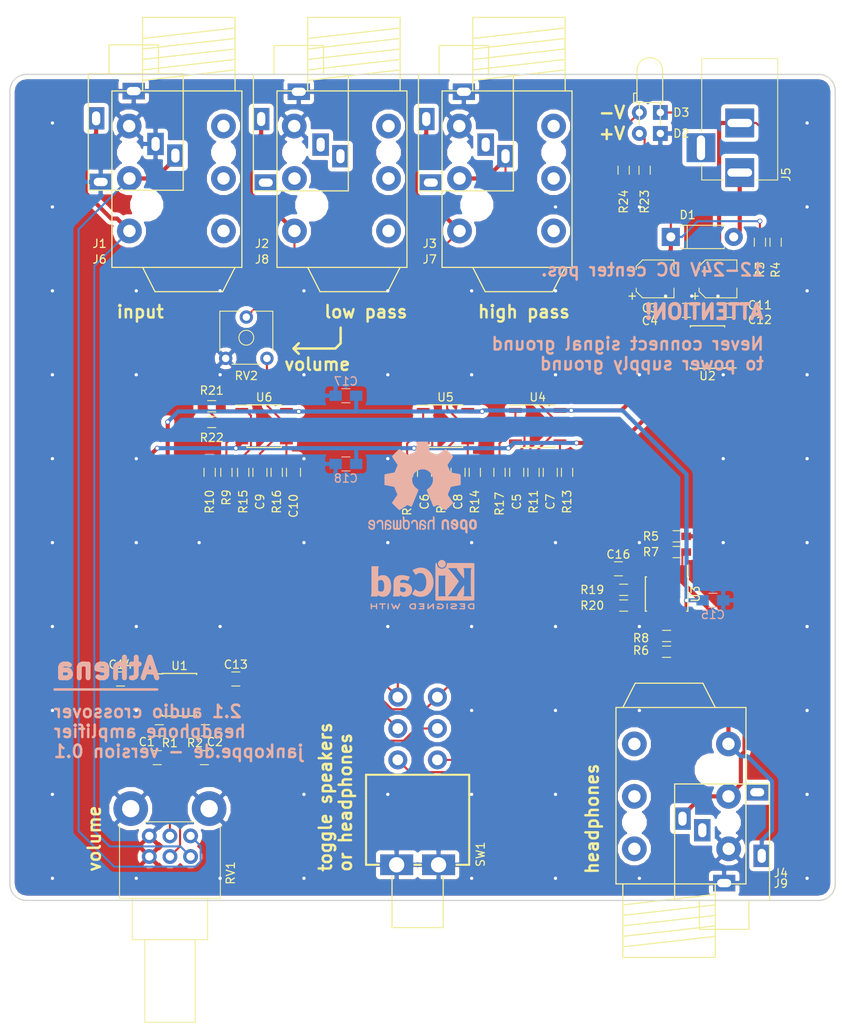
<source format=kicad_pcb>
(kicad_pcb (version 4) (host pcbnew 4.0.7)
  (title_block (title Athena) (date 2018-02-22) (rev 0.1) (company jankoppe.de) (comment 1 "2.1 audio crossover") (comment 2 "headphone amplifier"))
  (layers (0 F.Cu signal) (31 B.Cu signal) (34 B.Paste user) (35 F.Paste user) (36 B.SilkS user) (37 F.SilkS user) (38 B.Mask user) (39 F.Mask user) (44 Edge.Cuts user))
  (net 0 "")
  (net 1 GND)
  (net 2 "Net-(C1-Pad1)")
  (net 3 "Net-(C1-Pad2)")
  (net 4 "Net-(C2-Pad1)")
  (net 5 "Net-(C2-Pad2)")
  (net 6 "Net-(D1-Pad2)")
  (net 7 "Net-(R3-Pad2)")
  (net 8 "Net-(J1-Pad1)")
  (net 9 "Net-(J1-Pad2)")
  (net 10 HP_R)
  (net 11 HP_L)
  (net 12 "Net-(R5-Pad2)")
  (net 13 "Net-(R6-Pad1)")
  (net 14 "Net-(C5-Pad1)")
  (net 15 "Net-(C5-Pad2)")
  (net 16 "Net-(C6-Pad1)")
  (net 17 "Net-(C6-Pad2)")
  (net 18 "Net-(C7-Pad1)")
  (net 19 "Net-(C8-Pad1)")
  (net 20 "Net-(C9-Pad1)")
  (net 21 "Net-(C10-Pad2)")
  (net 22 TOP_R)
  (net 23 TOP_L)
  (net 24 SUB)
  (net 25 "Net-(R10-Pad1)")
  (net 26 "Net-(R15-Pad2)")
  (net 27 +6V)
  (net 28 -6V)
  (net 29 "Net-(C9-Pad2)")
  (net 30 IN_SPK_L)
  (net 31 IN_HP_R)
  (net 32 IN_HP_L)
  (net 33 IN_SPK_R)
  (net 34 "Net-(SW1-Pad2)")
  (net 35 "Net-(SW1-Pad5)")
  (net 36 "Net-(R21-Pad2)")
  (net 37 "Net-(J2-Pad2)")
  (net 38 "Net-(J2-Pad5)")
  (net 39 "Net-(J2-Pad4)")
  (net 40 "Net-(J3-Pad5)")
  (net 41 "Net-(J3-Pad4)")
  (net 42 "Net-(J4-Pad5)")
  (net 43 "Net-(J4-Pad4)")
  (net 44 "Net-(J5-Pad3)")
  (net 45 "Net-(J4-Pad6)")
  (net 46 "Net-(J6-Pad6)")
  (net 47 "Net-(J6-Pad5)")
  (net 48 "Net-(J6-Pad4)")
  (net 49 "Net-(J7-Pad6)")
  (net 50 "Net-(J7-Pad5)")
  (net 51 "Net-(J7-Pad4)")
  (net 52 "Net-(J8-Pad6)")
  (net 53 "Net-(J8-Pad5)")
  (net 54 "Net-(J8-Pad4)")
  (net 55 "Net-(J8-Pad2)")
  (net 56 "Net-(J9-Pad5)")
  (net 57 "Net-(J9-Pad4)")
  (net 58 "Net-(D2-Pad2)")
  (net 59 "Net-(D3-Pad2)")
  (module via:VIA-0.6 (layer F.Cu) (at 43.18 40.64)
    (fp_text reference V30 hide)
    (fp_text value VIA hide)
    (pad 1 thru_hole circle (at 0 0) (size 0.6 0.6) (drill 0.4) (layers *.Cu) (net 1 GND))
  )
  (module via:VIA-0.6 (layer F.Cu) (at 43.18 50.8)
    (fp_text reference V30 hide)
    (fp_text value VIA hide)
    (pad 1 thru_hole circle (at 0 0) (size 0.6 0.6) (drill 0.4) (layers *.Cu) (net 1 GND))
  )
  (module via:VIA-0.6 (layer F.Cu) (at 104.14 50.8)
    (fp_text reference V30 hide)
    (fp_text value VIA hide)
    (pad 1 thru_hole circle (at 0 0) (size 0.6 0.6) (drill 0.4) (layers *.Cu) (net 1 GND))
  )
  (module via:VIA-0.6 (layer F.Cu) (at 114.3 50.8)
    (fp_text reference V30 hide)
    (fp_text value VIA hide)
    (pad 1 thru_hole circle (at 0 0) (size 0.6 0.6) (drill 0.4) (layers *.Cu) (net 1 GND))
  )
  (module via:VIA-0.6 (layer F.Cu) (at 134.62 40.64)
    (fp_text reference V30 hide)
    (fp_text value VIA hide)
    (pad 1 thru_hole circle (at 0 0) (size 0.6 0.6) (drill 0.4) (layers *.Cu) (net 1 GND))
  )
  (module via:VIA-0.6 (layer F.Cu) (at 134.62 50.8)
    (fp_text reference V30 hide)
    (fp_text value VIA hide)
    (pad 1 thru_hole circle (at 0 0) (size 0.6 0.6) (drill 0.4) (layers *.Cu) (net 1 GND))
  )
  (module via:VIA-0.6 (layer F.Cu) (at 134.62 60.96)
    (fp_text reference V30 hide)
    (fp_text value VIA hide)
    (pad 1 thru_hole circle (at 0 0) (size 0.6 0.6) (drill 0.4) (layers *.Cu) (net 1 GND))
  )
  (module via:VIA-0.6 (layer F.Cu) (at 134.62 71.12)
    (fp_text reference V30 hide)
    (fp_text value VIA hide)
    (pad 1 thru_hole circle (at 0 0) (size 0.6 0.6) (drill 0.4) (layers *.Cu) (net 1 GND))
  )
  (module via:VIA-0.6 (layer F.Cu) (at 134.62 81.28)
    (fp_text reference V30 hide)
    (fp_text value VIA hide)
    (pad 1 thru_hole circle (at 0 0) (size 0.6 0.6) (drill 0.4) (layers *.Cu) (net 1 GND))
  )
  (module via:VIA-0.6 (layer F.Cu) (at 134.62 101.6)
    (fp_text reference V30 hide)
    (fp_text value VIA hide)
    (pad 1 thru_hole circle (at 0 0) (size 0.6 0.6) (drill 0.4) (layers *.Cu) (net 1 GND))
  )
  (module via:VIA-0.6 (layer F.Cu) (at 134.62 91.44)
    (fp_text reference V30 hide)
    (fp_text value VIA hide)
    (pad 1 thru_hole circle (at 0 0) (size 0.6 0.6) (drill 0.4) (layers *.Cu) (net 1 GND))
  )
  (module NRJ6HF:NRJ6HF (layer F.Cu) (at 99.71 36.76)
    (fp_text reference J7 (at -10.81 20.39) (layer F.SilkS))
    (fp_text value NRJ6HF)
    (pad 6 thru_hole circle (at 4.2 4.25) (size 3 3) (drill 1.5) (layers *.Cu *.Mask) (net 49 "Net-(J7-Pad6)"))
    (pad 5 thru_hole circle (at 4.2 10.6) (size 3 3) (drill 1.5) (layers *.Cu *.Mask) (net 50 "Net-(J7-Pad5)"))
    (pad 4 thru_hole circle (at 4.2 16.95) (size 3 3) (drill 1.5) (layers *.Cu *.Mask) (net 51 "Net-(J7-Pad4)"))
    (pad 3 thru_hole circle (at -7.23 4.25) (size 3 3) (drill 1.5) (layers *.Cu *.Mask) (net 1 GND))
    (pad 2 thru_hole circle (at -7.2 10.6) (size 3 3) (drill 1.5) (layers *.Cu *.Mask) (net 22 TOP_R))
    (pad 1 thru_hole circle (at -7.2 16.95) (size 3 3) (drill 1.5) (layers *.Cu *.Mask) (net 23 TOP_L))
    (pad "" np_thru_hole circle (at -5.1 13.8) (size 3 3) (drill 3) (layers *.Cu *.Mask))
    (pad "" np_thru_hole circle (at 4.2 7.45) (size 2 2) (drill 2) (layers *.Cu *.Mask))
    (pad "" np_thru_hole circle (at -7.2 7.45) (size 2 2) (drill 2) (layers *.Cu *.Mask))
  )
  (module NRJ6HF:NRJ6HF (layer F.Cu) (at 79.71 36.76)
    (fp_text reference J8 (at -11.13 20.39) (layer F.SilkS))
    (fp_text value NRJ6HF)
    (pad 6 thru_hole circle (at 4.2 4.25) (size 3 3) (drill 1.5) (layers *.Cu *.Mask) (net 52 "Net-(J8-Pad6)"))
    (pad 5 thru_hole circle (at 4.2 10.6) (size 3 3) (drill 1.5) (layers *.Cu *.Mask) (net 53 "Net-(J8-Pad5)"))
    (pad 4 thru_hole circle (at 4.2 16.95) (size 3 3) (drill 1.5) (layers *.Cu *.Mask) (net 54 "Net-(J8-Pad4)"))
    (pad 3 thru_hole circle (at -7.23 4.25) (size 3 3) (drill 1.5) (layers *.Cu *.Mask) (net 1 GND))
    (pad 2 thru_hole circle (at -7.2 10.6) (size 3 3) (drill 1.5) (layers *.Cu *.Mask) (net 55 "Net-(J8-Pad2)"))
    (pad 1 thru_hole circle (at -7.2 16.95) (size 3 3) (drill 1.5) (layers *.Cu *.Mask) (net 24 SUB))
    (pad "" np_thru_hole circle (at -5.1 13.8) (size 3 3) (drill 3) (layers *.Cu *.Mask))
    (pad "" np_thru_hole circle (at 4.2 7.45) (size 2 2) (drill 2) (layers *.Cu *.Mask))
    (pad "" np_thru_hole circle (at -7.2 7.45) (size 2 2) (drill 2) (layers *.Cu *.Mask))
  )
  (module MS-500:MS500FVT (layer F.Cu) (at 87.43 130.445 180)
    (fp_text reference SW1 (at -7.62 1.27 270) (layer F.SilkS))
    (fp_text value "MS 500FVT")
    (pad "" thru_hole rect (at 2.54 0 180) (size 4 2.5) (drill 1.85) (layers *.Cu *.Mask) (net 1 GND))
    (pad "" thru_hole rect (at -2.54 0 180) (size 4 2.5) (drill 1.85) (layers *.Cu *.Mask) (net 1 GND))
    (pad 4 thru_hole circle (at 2.4 12.7 180) (size 2.3 2.3) (drill 1.3) (layers *.Cu *.Mask) (net 32 IN_HP_L))
    (pad 1 thru_hole circle (at -2.4 12.7 180) (size 2.3 2.3) (drill 1.3) (layers *.Cu *.Mask) (net 31 IN_HP_R))
    (pad 2 thru_hole circle (at -2.4 16.5 180) (size 2.3 2.3) (drill 1.3) (layers *.Cu *.Mask) (net 34 "Net-(SW1-Pad2)"))
    (pad 5 thru_hole circle (at 2.4 16.5 180) (size 2.3 2.3) (drill 1.3) (layers *.Cu *.Mask) (net 35 "Net-(SW1-Pad5)"))
    (pad 6 thru_hole circle (at 2.4 20.3 180) (size 2.3 2.3) (drill 1.3) (layers *.Cu *.Mask) (net 30 IN_SPK_L))
    (pad 3 thru_hole circle (at -2.4 20.3 180) (size 2.3 2.3) (drill 1.3) (layers *.Cu *.Mask) (net 33 IN_SPK_R))
  )
  (module Connectors:BARREL_JACK (layer F.Cu) (at 126.46 46.64 270)
    (fp_text reference J5 (at 0.235 -5.62 450) (layer F.SilkS))
    (fp_text value "DC BU21 90")
    (pad 1 thru_hole rect (at 0 0 270) (size 3.5 3.5) (drill oval 1 3) (layers *.Cu *.Mask) (net 6 "Net-(D1-Pad2)"))
    (pad 2 thru_hole rect (at -6 0 270) (size 3.5 3.5) (drill oval 1 3) (layers *.Cu *.Mask) (net 28 -6V))
    (pad 3 thru_hole rect (at -3 4.7 270) (size 3.5 3.5) (drill oval 3 1) (layers *.Cu *.Mask) (net 44 "Net-(J5-Pad3)"))
  )
  (module Potentiometers:Potentiometer_Alps_RK09L_Double_Vertical (layer F.Cu) (at 54.92 129.445 270)
    (fp_text reference RV1 (at 2 -9.85 270) (layer F.SilkS))
    (fp_text value "10k log")
    (pad 3 thru_hole circle (at 0 -5 270) (size 1.8 1.8) (drill 1) (layers *.Cu *.Mask) (net 8 "Net-(J1-Pad1)"))
    (pad 2 thru_hole circle (at 0 -2.5 270) (size 1.8 1.8) (drill 1) (layers *.Cu *.Mask) (net 5 "Net-(C2-Pad2)"))
    (pad 1 thru_hole circle (at 0 0 270) (size 1.8 1.8) (drill 1) (layers *.Cu *.Mask) (net 1 GND))
    (pad 6 thru_hole circle (at -2.5 -5 270) (size 1.8 1.8) (drill 1) (layers *.Cu *.Mask) (net 9 "Net-(J1-Pad2)"))
    (pad 5 thru_hole circle (at -2.5 -2.5 270) (size 1.8 1.8) (drill 1) (layers *.Cu *.Mask) (net 3 "Net-(C1-Pad2)"))
    (pad 4 thru_hole circle (at -2.5 0 270) (size 1.8 1.8) (drill 1) (layers *.Cu *.Mask) (net 1 GND))
    (pad 0 thru_hole circle (at -5.8 -7.25 270) (size 4.2 4.2) (drill 2.1) (layers *.Cu *.Mask) (net 1 GND))
    (pad 0 thru_hole circle (at -5.8 2.25 270) (size 4.2 4.2) (drill 2.1) (layers *.Cu *.Mask) (net 1 GND))
  )
  (module Capacitors_SMD:C_0805_HandSoldering (layer F.Cu) (at 55.88 117.475 180)
    (fp_text reference C1 (at 1.27 1.905 180) (layer F.SilkS))
    (fp_text value 100n)
    (pad 1 smd rect (at -1.25 0 180) (size 1.5 1.25) (layers F.Cu F.Paste F.Mask) (net 2 "Net-(C1-Pad1)"))
    (pad 2 smd rect (at 1.25 0 180) (size 1.5 1.25) (layers F.Cu F.Paste F.Mask) (net 3 "Net-(C1-Pad2)"))
  )
  (module Capacitors_SMD:C_0805_HandSoldering (layer F.Cu) (at 61.595 117.475)
    (fp_text reference C2 (at 1.27 -1.905) (layer F.SilkS))
    (fp_text value 100n)
    (pad 1 smd rect (at -1.25 0) (size 1.5 1.25) (layers F.Cu F.Paste F.Mask) (net 4 "Net-(C2-Pad1)"))
    (pad 2 smd rect (at 1.25 0) (size 1.5 1.25) (layers F.Cu F.Paste F.Mask) (net 5 "Net-(C2-Pad2)"))
  )
  (module Capacitors_SMD:C_0805_HandSoldering (layer F.Cu) (at 120.015 63.325)
    (fp_text reference C4 (at -4.445 1.27) (layer F.SilkS))
    (fp_text value 100n)
    (pad 1 smd rect (at -1.25 0) (size 1.5 1.25) (layers F.Cu F.Paste F.Mask) (net 27 +6V))
    (pad 2 smd rect (at 1.25 0) (size 1.5 1.25) (layers F.Cu F.Paste F.Mask) (net 1 GND))
  )
  (module Diodes_THT:D_DO-41_SOD81_P7.62mm_Horizontal (layer F.Cu) (at 118.11 54.435)
    (fp_text reference D1 (at 2.032 -2.667) (layer F.SilkS))
    (fp_text value 1n4001)
    (pad 1 thru_hole rect (at 0 0) (size 2.2 2.2) (drill 1.1) (layers *.Cu *.Mask) (net 27 +6V))
    (pad 2 thru_hole oval (at 7.62 0) (size 2.2 2.2) (drill 1.1) (layers *.Cu *.Mask) (net 6 "Net-(D1-Pad2)"))
  )
  (module Resistors_SMD:R_0603_HandSoldering (layer F.Cu) (at 56.134 114.173 180)
    (fp_text reference R1 (at -1.27 -1.524 180) (layer F.SilkS))
    (fp_text value 100k)
    (pad 1 smd rect (at -1.1 0 180) (size 1.2 0.9) (layers F.Cu F.Paste F.Mask) (net 2 "Net-(C1-Pad1)"))
    (pad 2 smd rect (at 1.1 0 180) (size 1.2 0.9) (layers F.Cu F.Paste F.Mask) (net 1 GND))
  )
  (module Resistors_SMD:R_0603_HandSoldering (layer F.Cu) (at 61.722 114.173)
    (fp_text reference R2 (at -1.27 1.524) (layer F.SilkS))
    (fp_text value 100k)
    (pad 1 smd rect (at -1.1 0) (size 1.2 0.9) (layers F.Cu F.Paste F.Mask) (net 4 "Net-(C2-Pad1)"))
    (pad 2 smd rect (at 1.1 0) (size 1.2 0.9) (layers F.Cu F.Paste F.Mask) (net 1 GND))
  )
  (module Housings_SOIC:SOIC-8_3.9x4.9mm_Pitch1.27mm (layer F.Cu) (at 58.58 109.855)
    (fp_text reference U1 (at 0 -3.5) (layer F.SilkS))
    (fp_text value NE5532)
    (pad 1 smd rect (at -2.7 -1.905) (size 1.55 0.6) (layers F.Cu F.Paste F.Mask) (net 34 "Net-(SW1-Pad2)"))
    (pad 2 smd rect (at -2.7 -0.635) (size 1.55 0.6) (layers F.Cu F.Paste F.Mask) (net 34 "Net-(SW1-Pad2)"))
    (pad 3 smd rect (at -2.7 0.635) (size 1.55 0.6) (layers F.Cu F.Paste F.Mask) (net 2 "Net-(C1-Pad1)"))
    (pad 4 smd rect (at -2.7 1.905) (size 1.55 0.6) (layers F.Cu F.Paste F.Mask) (net 28 -6V))
    (pad 5 smd rect (at 2.7 1.905) (size 1.55 0.6) (layers F.Cu F.Paste F.Mask) (net 4 "Net-(C2-Pad1)"))
    (pad 6 smd rect (at 2.7 0.635) (size 1.55 0.6) (layers F.Cu F.Paste F.Mask) (net 35 "Net-(SW1-Pad5)"))
    (pad 7 smd rect (at 2.7 -0.635) (size 1.55 0.6) (layers F.Cu F.Paste F.Mask) (net 35 "Net-(SW1-Pad5)"))
    (pad 8 smd rect (at 2.7 -1.905) (size 1.55 0.6) (layers F.Cu F.Paste F.Mask) (net 27 +6V))
  )
  (module Housings_SOIC:SOIC-8_3.9x4.9mm_Pitch1.27mm (layer F.Cu) (at 122.555 67.77 180)
    (fp_text reference U2 (at 0 -3.5 180) (layer F.SilkS))
    (fp_text value TL072)
    (pad 1 smd rect (at -2.7 -1.905 180) (size 1.55 0.6) (layers F.Cu F.Paste F.Mask) (net 1 GND))
    (pad 2 smd rect (at -2.7 -0.635 180) (size 1.55 0.6) (layers F.Cu F.Paste F.Mask) (net 1 GND))
    (pad 3 smd rect (at -2.7 0.635 180) (size 1.55 0.6) (layers F.Cu F.Paste F.Mask) (net 7 "Net-(R3-Pad2)"))
    (pad 4 smd rect (at -2.7 1.905 180) (size 1.55 0.6) (layers F.Cu F.Paste F.Mask) (net 28 -6V))
    (pad 5 smd rect (at 2.7 1.905 180) (size 1.55 0.6) (layers F.Cu F.Paste F.Mask))
    (pad 6 smd rect (at 2.7 0.635 180) (size 1.55 0.6) (layers F.Cu F.Paste F.Mask))
    (pad 7 smd rect (at 2.7 -0.635 180) (size 1.55 0.6) (layers F.Cu F.Paste F.Mask))
    (pad 8 smd rect (at 2.7 -1.905 180) (size 1.55 0.6) (layers F.Cu F.Paste F.Mask) (net 27 +6V))
  )
  (module Resistors_SMD:R_0603_HandSoldering (layer F.Cu) (at 128.905 55.07 270)
    (fp_text reference R3 (at 3.345 0 270) (layer F.SilkS))
    (fp_text value 10k)
    (pad 1 smd rect (at -1.1 0 270) (size 1.2 0.9) (layers F.Cu F.Paste F.Mask) (net 27 +6V))
    (pad 2 smd rect (at 1.1 0 270) (size 1.2 0.9) (layers F.Cu F.Paste F.Mask) (net 7 "Net-(R3-Pad2)"))
  )
  (module Resistors_SMD:R_0603_HandSoldering (layer F.Cu) (at 130.81 55.07 90)
    (fp_text reference R4 (at -3.345 0 90) (layer F.SilkS))
    (fp_text value 10k)
    (pad 1 smd rect (at -1.1 0 90) (size 1.2 0.9) (layers F.Cu F.Paste F.Mask) (net 7 "Net-(R3-Pad2)"))
    (pad 2 smd rect (at 1.1 0 90) (size 1.2 0.9) (layers F.Cu F.Paste F.Mask) (net 28 -6V))
  )
  (module Resistors_SMD:R_0603_HandSoldering (layer F.Cu) (at 118.872 90.678 180)
    (fp_text reference R5 (at 3.175 0 180) (layer F.SilkS))
    (fp_text value 2k7)
    (pad 1 smd rect (at -1.1 0 180) (size 1.2 0.9) (layers F.Cu F.Paste F.Mask) (net 1 GND))
    (pad 2 smd rect (at 1.1 0 180) (size 1.2 0.9) (layers F.Cu F.Paste F.Mask) (net 12 "Net-(R5-Pad2)"))
  )
  (module Resistors_SMD:R_0603_HandSoldering (layer F.Cu) (at 117.602 104.648)
    (fp_text reference R6 (at -3.102 -0.148) (layer F.SilkS))
    (fp_text value 2k7)
    (pad 1 smd rect (at -1.1 0) (size 1.2 0.9) (layers F.Cu F.Paste F.Mask) (net 13 "Net-(R6-Pad1)"))
    (pad 2 smd rect (at 1.1 0) (size 1.2 0.9) (layers F.Cu F.Paste F.Mask) (net 1 GND))
  )
  (module Resistors_SMD:R_0603_HandSoldering (layer F.Cu) (at 118.872 92.583 180)
    (fp_text reference R7 (at 3.175 0 180) (layer F.SilkS))
    (fp_text value 8k2)
    (pad 1 smd rect (at -1.1 0 180) (size 1.2 0.9) (layers F.Cu F.Paste F.Mask) (net 10 HP_R))
    (pad 2 smd rect (at 1.1 0 180) (size 1.2 0.9) (layers F.Cu F.Paste F.Mask) (net 12 "Net-(R5-Pad2)"))
  )
  (module Resistors_SMD:R_0603_HandSoldering (layer F.Cu) (at 117.602 102.743 180)
    (fp_text reference R8 (at 3.102 -0.257 180) (layer F.SilkS))
    (fp_text value 8k2)
    (pad 1 smd rect (at -1.1 0 180) (size 1.2 0.9) (layers F.Cu F.Paste F.Mask) (net 11 HP_L))
    (pad 2 smd rect (at 1.1 0 180) (size 1.2 0.9) (layers F.Cu F.Paste F.Mask) (net 13 "Net-(R6-Pad1)"))
  )
  (module Housings_SOIC:SOIC-8_3.9x4.9mm_Pitch1.27mm (layer F.Cu) (at 117.602 97.663 270)
    (fp_text reference U3 (at 0 -3.5 270) (layer F.SilkS))
    (fp_text value OPA2134)
    (pad 1 smd rect (at -2.7 -1.905 270) (size 1.55 0.6) (layers F.Cu F.Paste F.Mask) (net 10 HP_R))
    (pad 2 smd rect (at -2.7 -0.635 270) (size 1.55 0.6) (layers F.Cu F.Paste F.Mask) (net 12 "Net-(R5-Pad2)"))
    (pad 3 smd rect (at -2.7 0.635 270) (size 1.55 0.6) (layers F.Cu F.Paste F.Mask) (net 31 IN_HP_R))
    (pad 4 smd rect (at -2.7 1.905 270) (size 1.55 0.6) (layers F.Cu F.Paste F.Mask) (net 28 -6V))
    (pad 5 smd rect (at 2.7 1.905 270) (size 1.55 0.6) (layers F.Cu F.Paste F.Mask) (net 32 IN_HP_L))
    (pad 6 smd rect (at 2.7 0.635 270) (size 1.55 0.6) (layers F.Cu F.Paste F.Mask) (net 13 "Net-(R6-Pad1)"))
    (pad 7 smd rect (at 2.7 -0.635 270) (size 1.55 0.6) (layers F.Cu F.Paste F.Mask) (net 11 HP_L))
    (pad 8 smd rect (at 2.7 -1.905 270) (size 1.55 0.6) (layers F.Cu F.Paste F.Mask) (net 27 +6V))
  )
  (module Housings_SOIC:SOIC-8_3.9x4.9mm_Pitch1.27mm (layer F.Cu) (at 101.981 77.343)
    (fp_text reference U4 (at 0 -3.5) (layer F.SilkS))
    (fp_text value NE5532)
    (pad 1 smd rect (at -2.7 -1.905) (size 1.55 0.6) (layers F.Cu F.Paste F.Mask) (net 15 "Net-(C5-Pad2)"))
    (pad 2 smd rect (at -2.7 -0.635) (size 1.55 0.6) (layers F.Cu F.Paste F.Mask) (net 15 "Net-(C5-Pad2)"))
    (pad 3 smd rect (at -2.7 0.635) (size 1.55 0.6) (layers F.Cu F.Paste F.Mask) (net 33 IN_SPK_R))
    (pad 4 smd rect (at -2.7 1.905) (size 1.55 0.6) (layers F.Cu F.Paste F.Mask) (net 28 -6V))
    (pad 5 smd rect (at 2.7 1.905) (size 1.55 0.6) (layers F.Cu F.Paste F.Mask) (net 18 "Net-(C7-Pad1)"))
    (pad 6 smd rect (at 2.7 0.635) (size 1.55 0.6) (layers F.Cu F.Paste F.Mask) (net 22 TOP_R))
    (pad 7 smd rect (at 2.7 -0.635) (size 1.55 0.6) (layers F.Cu F.Paste F.Mask) (net 22 TOP_R))
    (pad 8 smd rect (at 2.7 -1.905) (size 1.55 0.6) (layers F.Cu F.Paste F.Mask) (net 27 +6V))
  )
  (module Capacitors_SMD:C_0805_HandSoldering (layer F.Cu) (at 99.441 82.931 90)
    (fp_text reference C5 (at -3.556 0 90) (layer F.SilkS))
    (fp_text value 100n)
    (pad 1 smd rect (at -1.25 0 90) (size 1.5 1.25) (layers F.Cu F.Paste F.Mask) (net 14 "Net-(C5-Pad1)"))
    (pad 2 smd rect (at 1.25 0 90) (size 1.5 1.25) (layers F.Cu F.Paste F.Mask) (net 15 "Net-(C5-Pad2)"))
  )
  (module Capacitors_SMD:C_0805_HandSoldering (layer F.Cu) (at 88.265 82.931 90)
    (fp_text reference C6 (at -3.556 0 90) (layer F.SilkS))
    (fp_text value 100n)
    (pad 1 smd rect (at -1.25 0 90) (size 1.5 1.25) (layers F.Cu F.Paste F.Mask) (net 16 "Net-(C6-Pad1)"))
    (pad 2 smd rect (at 1.25 0 90) (size 1.5 1.25) (layers F.Cu F.Paste F.Mask) (net 17 "Net-(C6-Pad2)"))
  )
  (module Capacitors_SMD:C_0805_HandSoldering (layer F.Cu) (at 103.505 82.931 270)
    (fp_text reference C7 (at 3.556 0 270) (layer F.SilkS))
    (fp_text value 100n)
    (pad 1 smd rect (at -1.25 0 270) (size 1.5 1.25) (layers F.Cu F.Paste F.Mask) (net 18 "Net-(C7-Pad1)"))
    (pad 2 smd rect (at 1.25 0 270) (size 1.5 1.25) (layers F.Cu F.Paste F.Mask) (net 14 "Net-(C5-Pad1)"))
  )
  (module Capacitors_SMD:C_0805_HandSoldering (layer F.Cu) (at 92.329 82.931 270)
    (fp_text reference C8 (at 3.556 0 270) (layer F.SilkS))
    (fp_text value 100n)
    (pad 1 smd rect (at -1.25 0 270) (size 1.5 1.25) (layers F.Cu F.Paste F.Mask) (net 19 "Net-(C8-Pad1)"))
    (pad 2 smd rect (at 1.25 0 270) (size 1.5 1.25) (layers F.Cu F.Paste F.Mask) (net 16 "Net-(C6-Pad1)"))
  )
  (module Capacitors_SMD:C_0805_HandSoldering (layer F.Cu) (at 68.326 82.931 90)
    (fp_text reference C9 (at -3.556 0 90) (layer F.SilkS))
    (fp_text value 100n)
    (pad 1 smd rect (at -1.25 0 90) (size 1.5 1.25) (layers F.Cu F.Paste F.Mask) (net 20 "Net-(C9-Pad1)"))
    (pad 2 smd rect (at 1.25 0 90) (size 1.5 1.25) (layers F.Cu F.Paste F.Mask) (net 29 "Net-(C9-Pad2)"))
  )
  (module Capacitors_SMD:C_0805_HandSoldering (layer F.Cu) (at 72.39 82.931 90)
    (fp_text reference C10 (at -4.064 0 90) (layer F.SilkS))
    (fp_text value 100n)
    (pad 1 smd rect (at -1.25 0 90) (size 1.5 1.25) (layers F.Cu F.Paste F.Mask) (net 1 GND))
    (pad 2 smd rect (at 1.25 0 90) (size 1.5 1.25) (layers F.Cu F.Paste F.Mask) (net 21 "Net-(C10-Pad2)"))
  )
  (module Capacitors_SMD:C_0805_HandSoldering (layer F.Cu) (at 125.095 63.325)
    (fp_text reference C12 (at 3.81 1.143) (layer F.SilkS))
    (fp_text value 100n)
    (pad 1 smd rect (at -1.25 0) (size 1.5 1.25) (layers F.Cu F.Paste F.Mask) (net 1 GND))
    (pad 2 smd rect (at 1.25 0) (size 1.5 1.25) (layers F.Cu F.Paste F.Mask) (net 28 -6V))
  )
  (module Resistors_SMD:R_0603_HandSoldering (layer F.Cu) (at 64.262 82.931 270)
    (fp_text reference R9 (at 3.048 0 270) (layer F.SilkS))
    (fp_text value 10k)
    (pad 1 smd rect (at -1.1 0 270) (size 1.2 0.9) (layers F.Cu F.Paste F.Mask) (net 25 "Net-(R10-Pad1)"))
    (pad 2 smd rect (at 1.1 0 270) (size 1.2 0.9) (layers F.Cu F.Paste F.Mask) (net 30 IN_SPK_L))
  )
  (module Resistors_SMD:R_0603_HandSoldering (layer F.Cu) (at 62.23 82.931 270)
    (fp_text reference R10 (at 3.556 0 270) (layer F.SilkS))
    (fp_text value 10k)
    (pad 1 smd rect (at -1.1 0 270) (size 1.2 0.9) (layers F.Cu F.Paste F.Mask) (net 25 "Net-(R10-Pad1)"))
    (pad 2 smd rect (at 1.1 0 270) (size 1.2 0.9) (layers F.Cu F.Paste F.Mask) (net 33 IN_SPK_R))
  )
  (module Resistors_SMD:R_0603_HandSoldering (layer F.Cu) (at 101.473 82.931 270)
    (fp_text reference R11 (at 3.556 0 270) (layer F.SilkS))
    (fp_text value 22k)
    (pad 1 smd rect (at -1.1 0 270) (size 1.2 0.9) (layers F.Cu F.Paste F.Mask) (net 22 TOP_R))
    (pad 2 smd rect (at 1.1 0 270) (size 1.2 0.9) (layers F.Cu F.Paste F.Mask) (net 14 "Net-(C5-Pad1)"))
  )
  (module Resistors_SMD:R_0603_HandSoldering (layer F.Cu) (at 90.297 82.931 270)
    (fp_text reference R12 (at 3.556 0 270) (layer F.SilkS))
    (fp_text value 22k)
    (pad 1 smd rect (at -1.1 0 270) (size 1.2 0.9) (layers F.Cu F.Paste F.Mask) (net 23 TOP_L))
    (pad 2 smd rect (at 1.1 0 270) (size 1.2 0.9) (layers F.Cu F.Paste F.Mask) (net 16 "Net-(C6-Pad1)"))
  )
  (module Resistors_SMD:R_0603_HandSoldering (layer F.Cu) (at 105.537 82.931 270)
    (fp_text reference R13 (at 3.556 0 270) (layer F.SilkS))
    (fp_text value 22k)
    (pad 1 smd rect (at -1.1 0 270) (size 1.2 0.9) (layers F.Cu F.Paste F.Mask) (net 18 "Net-(C7-Pad1)"))
    (pad 2 smd rect (at 1.1 0 270) (size 1.2 0.9) (layers F.Cu F.Paste F.Mask) (net 1 GND))
  )
  (module Resistors_SMD:R_0603_HandSoldering (layer F.Cu) (at 94.361 82.931 270)
    (fp_text reference R14 (at 3.556 0 270) (layer F.SilkS))
    (fp_text value 22k)
    (pad 1 smd rect (at -1.1 0 270) (size 1.2 0.9) (layers F.Cu F.Paste F.Mask) (net 19 "Net-(C8-Pad1)"))
    (pad 2 smd rect (at 1.1 0 270) (size 1.2 0.9) (layers F.Cu F.Paste F.Mask) (net 1 GND))
  )
  (module Resistors_SMD:R_0603_HandSoldering (layer F.Cu) (at 66.294 82.931 90)
    (fp_text reference R15 (at -3.556 0 90) (layer F.SilkS))
    (fp_text value 22k)
    (pad 1 smd rect (at -1.1 0 90) (size 1.2 0.9) (layers F.Cu F.Paste F.Mask) (net 20 "Net-(C9-Pad1)"))
    (pad 2 smd rect (at 1.1 0 90) (size 1.2 0.9) (layers F.Cu F.Paste F.Mask) (net 26 "Net-(R15-Pad2)"))
  )
  (module Resistors_SMD:R_0603_HandSoldering (layer F.Cu) (at 70.358 82.931 270)
    (fp_text reference R16 (at 3.556 0 270) (layer F.SilkS))
    (fp_text value 22k)
    (pad 1 smd rect (at -1.1 0 270) (size 1.2 0.9) (layers F.Cu F.Paste F.Mask) (net 21 "Net-(C10-Pad2)"))
    (pad 2 smd rect (at 1.1 0 270) (size 1.2 0.9) (layers F.Cu F.Paste F.Mask) (net 20 "Net-(C9-Pad1)"))
  )
  (module Housings_SOIC:SOIC-8_3.9x4.9mm_Pitch1.27mm (layer F.Cu) (at 90.805 77.343)
    (fp_text reference U5 (at 0 -3.5) (layer F.SilkS))
    (fp_text value NE5532)
    (pad 1 smd rect (at -2.7 -1.905) (size 1.55 0.6) (layers F.Cu F.Paste F.Mask) (net 17 "Net-(C6-Pad2)"))
    (pad 2 smd rect (at -2.7 -0.635) (size 1.55 0.6) (layers F.Cu F.Paste F.Mask) (net 17 "Net-(C6-Pad2)"))
    (pad 3 smd rect (at -2.7 0.635) (size 1.55 0.6) (layers F.Cu F.Paste F.Mask) (net 30 IN_SPK_L))
    (pad 4 smd rect (at -2.7 1.905) (size 1.55 0.6) (layers F.Cu F.Paste F.Mask) (net 28 -6V))
    (pad 5 smd rect (at 2.7 1.905) (size 1.55 0.6) (layers F.Cu F.Paste F.Mask) (net 19 "Net-(C8-Pad1)"))
    (pad 6 smd rect (at 2.7 0.635) (size 1.55 0.6) (layers F.Cu F.Paste F.Mask) (net 23 TOP_L))
    (pad 7 smd rect (at 2.7 -0.635) (size 1.55 0.6) (layers F.Cu F.Paste F.Mask) (net 23 TOP_L))
    (pad 8 smd rect (at 2.7 -1.905) (size 1.55 0.6) (layers F.Cu F.Paste F.Mask) (net 27 +6V))
  )
  (module Housings_SOIC:SOIC-8_3.9x4.9mm_Pitch1.27mm (layer F.Cu) (at 68.834 77.343)
    (fp_text reference U6 (at 0 -3.5) (layer F.SilkS))
    (fp_text value NE5532)
    (pad 1 smd rect (at -2.7 -1.905) (size 1.55 0.6) (layers F.Cu F.Paste F.Mask) (net 26 "Net-(R15-Pad2)"))
    (pad 2 smd rect (at -2.7 -0.635) (size 1.55 0.6) (layers F.Cu F.Paste F.Mask) (net 36 "Net-(R21-Pad2)"))
    (pad 3 smd rect (at -2.7 0.635) (size 1.55 0.6) (layers F.Cu F.Paste F.Mask) (net 25 "Net-(R10-Pad1)"))
    (pad 4 smd rect (at -2.7 1.905) (size 1.55 0.6) (layers F.Cu F.Paste F.Mask) (net 28 -6V))
    (pad 5 smd rect (at 2.7 1.905) (size 1.55 0.6) (layers F.Cu F.Paste F.Mask) (net 21 "Net-(C10-Pad2)"))
    (pad 6 smd rect (at 2.7 0.635) (size 1.55 0.6) (layers F.Cu F.Paste F.Mask) (net 29 "Net-(C9-Pad2)"))
    (pad 7 smd rect (at 2.7 -0.635) (size 1.55 0.6) (layers F.Cu F.Paste F.Mask) (net 29 "Net-(C9-Pad2)"))
    (pad 8 smd rect (at 2.7 -1.905) (size 1.55 0.6) (layers F.Cu F.Paste F.Mask) (net 27 +6V))
  )
  (module Resistors_SMD:R_0603_HandSoldering (layer F.Cu) (at 97.355 82.931 270)
    (fp_text reference R17 (at 3.81 0 270) (layer F.SilkS))
    (fp_text value 100k)
    (pad 1 smd rect (at -1.1 0 270) (size 1.2 0.9) (layers F.Cu F.Paste F.Mask) (net 33 IN_SPK_R))
    (pad 2 smd rect (at 1.1 0 270) (size 1.2 0.9) (layers F.Cu F.Paste F.Mask) (net 1 GND))
  )
  (module Resistors_SMD:R_0603_HandSoldering (layer F.Cu) (at 112.395 97.155 180)
    (fp_text reference R19 (at 3.81 0 180) (layer F.SilkS))
    (fp_text value 100k)
    (pad 1 smd rect (at -1.1 0 180) (size 1.2 0.9) (layers F.Cu F.Paste F.Mask) (net 31 IN_HP_R))
    (pad 2 smd rect (at 1.1 0 180) (size 1.2 0.9) (layers F.Cu F.Paste F.Mask) (net 1 GND))
  )
  (module Resistors_SMD:R_0603_HandSoldering (layer F.Cu) (at 86.16 82.931 270)
    (fp_text reference R18 (at 3.81 0 270) (layer F.SilkS))
    (fp_text value 100k)
    (pad 1 smd rect (at -1.1 0 270) (size 1.2 0.9) (layers F.Cu F.Paste F.Mask) (net 30 IN_SPK_L))
    (pad 2 smd rect (at 1.1 0 270) (size 1.2 0.9) (layers F.Cu F.Paste F.Mask) (net 1 GND))
  )
  (module Resistors_SMD:R_0603_HandSoldering (layer F.Cu) (at 112.395 99.06 180)
    (fp_text reference R20 (at 3.81 0 180) (layer F.SilkS))
    (fp_text value 100k)
    (pad 1 smd rect (at -1.1 0 180) (size 1.2 0.9) (layers F.Cu F.Paste F.Mask) (net 32 IN_HP_L))
    (pad 2 smd rect (at 1.1 0 180) (size 1.2 0.9) (layers F.Cu F.Paste F.Mask) (net 1 GND))
  )
  (module Potentiometers:Potentiometer_Trimmer_ACP_CA6v_Horizontal (layer F.Cu) (at 69.175 69.135 90)
    (fp_text reference RV2 (at -2.112 -2.5 180) (layer F.SilkS))
    (fp_text value "10k log")
    (pad 3 thru_hole circle (at 0 -5 90) (size 1.62 1.62) (drill 0.9) (layers *.Cu *.Mask) (net 1 GND))
    (pad 2 thru_hole circle (at 5 -2.5 90) (size 1.62 1.62) (drill 0.9) (layers *.Cu *.Mask) (net 24 SUB))
    (pad 1 thru_hole circle (at 0 0 90) (size 1.62 1.62) (drill 0.9) (layers *.Cu *.Mask) (net 29 "Net-(C9-Pad2)"))
  )
  (module Resistors_SMD:R_0603_HandSoldering (layer F.Cu) (at 62.484 74.93 180)
    (fp_text reference R21 (at 0 1.905 180) (layer F.SilkS))
    (fp_text value 10k)
    (pad 1 smd rect (at -1.1 0 180) (size 1.2 0.9) (layers F.Cu F.Paste F.Mask) (net 26 "Net-(R15-Pad2)"))
    (pad 2 smd rect (at 1.1 0 180) (size 1.2 0.9) (layers F.Cu F.Paste F.Mask) (net 36 "Net-(R21-Pad2)"))
  )
  (module Resistors_SMD:R_0603_HandSoldering (layer F.Cu) (at 62.484 76.835)
    (fp_text reference R22 (at 0 1.905) (layer F.SilkS))
    (fp_text value 10k)
    (pad 1 smd rect (at -1.1 0) (size 1.2 0.9) (layers F.Cu F.Paste F.Mask) (net 1 GND))
    (pad 2 smd rect (at 1.1 0) (size 1.2 0.9) (layers F.Cu F.Paste F.Mask) (net 36 "Net-(R21-Pad2)"))
  )
  (module Capacitors_SMD:CP_Elec_4x5.3 (layer F.Cu) (at 116.205 59.515)
    (fp_text reference C3 (at -0.635 3.54) (layer F.SilkS))
    (fp_text value 10u/16v)
    (fp_text user + (at -2.77 2.01) (layer F.SilkS))
    (pad 1 smd rect (at -1.8 0 180) (size 2.6 1.6) (layers F.Cu F.Paste F.Mask) (net 27 +6V))
    (pad 2 smd rect (at 1.8 0 180) (size 2.6 1.6) (layers F.Cu F.Paste F.Mask) (net 1 GND))
  )
  (module Capacitors_SMD:CP_Elec_4x5.3 (layer F.Cu) (at 123.825 59.515)
    (fp_text reference C11 (at 5.08 3.175) (layer F.SilkS))
    (fp_text value 10u/16v)
    (fp_text user + (at -2.77 2.01) (layer F.SilkS))
    (pad 1 smd rect (at -1.8 0 180) (size 2.6 1.6) (layers F.Cu F.Paste F.Mask) (net 1 GND))
    (pad 2 smd rect (at 1.8 0 180) (size 2.6 1.6) (layers F.Cu F.Paste F.Mask) (net 28 -6V))
  )
  (module Lumberg:LUM1503-09 (layer F.Cu) (at 93.03 34.76)
    (fp_text reference J3 (at -4.13 20.485) (layer F.SilkS))
    (fp_text value "LUM 1503-09")
    (pad 3 thru_hole rect (at 0 2.1 270) (size 2 2.7) (drill oval 1 1.7) (layers *.Cu *.Mask) (net 1 GND))
    (pad 1 thru_hole rect (at -4.55 5.4) (size 2 2.7) (drill oval 1 1.7) (layers *.Cu *.Mask) (net 23 TOP_L))
    (pad 2 thru_hole rect (at 5.05 9.9) (size 2 2.7) (drill oval 1 1.7) (layers *.Cu *.Mask) (net 22 TOP_R))
    (pad 5 thru_hole rect (at 2.65 8.5) (size 2 2.7) (drill oval 1 1.7) (layers *.Cu *.Mask) (net 40 "Net-(J3-Pad5)"))
    (pad 4 thru_hole rect (at -4 13.1) (size 2.7 2) (drill oval 1.7 1) (layers *.Cu *.Mask) (net 41 "Net-(J3-Pad4)"))
  )
  (module Lumberg:LUM1503-09 (layer F.Cu) (at 73.03 34.76)
    (fp_text reference J2 (at -4.45 20.485) (layer F.SilkS))
    (fp_text value "LUM 1503-09")
    (pad 3 thru_hole rect (at 0 2.1 270) (size 2 2.7) (drill oval 1 1.7) (layers *.Cu *.Mask) (net 1 GND))
    (pad 1 thru_hole rect (at -4.55 5.4) (size 2 2.7) (drill oval 1 1.7) (layers *.Cu *.Mask) (net 24 SUB))
    (pad 2 thru_hole rect (at 5.05 9.9) (size 2 2.7) (drill oval 1 1.7) (layers *.Cu *.Mask) (net 37 "Net-(J2-Pad2)"))
    (pad 5 thru_hole rect (at 2.65 8.5) (size 2 2.7) (drill oval 1 1.7) (layers *.Cu *.Mask) (net 38 "Net-(J2-Pad5)"))
    (pad 4 thru_hole rect (at -4 13.1) (size 2.7 2) (drill oval 1.7 1) (layers *.Cu *.Mask) (net 39 "Net-(J2-Pad4)"))
  )
  (module Lumberg:LUM1503-09 (layer F.Cu) (at 53.03 34.68)
    (fp_text reference J1 (at -4.135 20.565) (layer F.SilkS))
    (fp_text value "LUM 1503-09")
    (pad 3 thru_hole rect (at 0 2.1 270) (size 2 2.7) (drill oval 1 1.7) (layers *.Cu *.Mask) (net 1 GND))
    (pad 1 thru_hole rect (at -4.55 5.4) (size 2 2.7) (drill oval 1 1.7) (layers *.Cu *.Mask) (net 8 "Net-(J1-Pad1)"))
    (pad 2 thru_hole rect (at 5.05 9.9) (size 2 2.7) (drill oval 1 1.7) (layers *.Cu *.Mask) (net 9 "Net-(J1-Pad2)"))
    (pad 5 thru_hole rect (at 2.65 8.5) (size 2 2.7) (drill oval 1 1.7) (layers *.Cu *.Mask) (net 1 GND))
    (pad 4 thru_hole rect (at -4 13.1) (size 2.7 2) (drill oval 1.7 1) (layers *.Cu *.Mask) (net 1 GND))
  )
  (module NRJ6HF:NRJ6HF (layer F.Cu) (at 117.895 132.76 180)
    (fp_text reference J4 (at -13.55 1.315 180) (layer F.SilkS))
    (fp_text value NRJ6HF)
    (pad 6 thru_hole circle (at 4.2 4.25 180) (size 3 3) (drill 1.5) (layers *.Cu *.Mask) (net 45 "Net-(J4-Pad6)"))
    (pad 5 thru_hole circle (at 4.2 10.6 180) (size 3 3) (drill 1.5) (layers *.Cu *.Mask) (net 42 "Net-(J4-Pad5)"))
    (pad 4 thru_hole circle (at 4.2 16.95 180) (size 3 3) (drill 1.5) (layers *.Cu *.Mask) (net 43 "Net-(J4-Pad4)"))
    (pad 3 thru_hole circle (at -7.23 4.25 180) (size 3 3) (drill 1.5) (layers *.Cu *.Mask) (net 1 GND))
    (pad 2 thru_hole circle (at -7.2 10.6 180) (size 3 3) (drill 1.5) (layers *.Cu *.Mask) (net 10 HP_R))
    (pad 1 thru_hole circle (at -7.2 16.95 180) (size 3 3) (drill 1.5) (layers *.Cu *.Mask) (net 11 HP_L))
    (pad "" np_thru_hole circle (at -5.1 13.8 180) (size 3 3) (drill 3) (layers *.Cu *.Mask))
    (pad "" np_thru_hole circle (at 4.2 7.45 180) (size 2 2) (drill 2) (layers *.Cu *.Mask))
    (pad "" np_thru_hole circle (at -7.2 7.45 180) (size 2 2) (drill 2) (layers *.Cu *.Mask))
  )
  (module NRJ6HF:NRJ6HF (layer F.Cu) (at 59.71 36.76)
    (fp_text reference J6 (at -10.815 20.39) (layer F.SilkS))
    (fp_text value NRJ6HF)
    (pad 6 thru_hole circle (at 4.2 4.25) (size 3 3) (drill 1.5) (layers *.Cu *.Mask) (net 46 "Net-(J6-Pad6)"))
    (pad 5 thru_hole circle (at 4.2 10.6) (size 3 3) (drill 1.5) (layers *.Cu *.Mask) (net 47 "Net-(J6-Pad5)"))
    (pad 4 thru_hole circle (at 4.2 16.95) (size 3 3) (drill 1.5) (layers *.Cu *.Mask) (net 48 "Net-(J6-Pad4)"))
    (pad 3 thru_hole circle (at -7.23 4.25) (size 3 3) (drill 1.5) (layers *.Cu *.Mask) (net 1 GND))
    (pad 2 thru_hole circle (at -7.2 10.6) (size 3 3) (drill 1.5) (layers *.Cu *.Mask) (net 9 "Net-(J1-Pad2)"))
    (pad 1 thru_hole circle (at -7.2 16.95) (size 3 3) (drill 1.5) (layers *.Cu *.Mask) (net 8 "Net-(J1-Pad1)"))
    (pad "" np_thru_hole circle (at -5.1 13.8) (size 3 3) (drill 3) (layers *.Cu *.Mask))
    (pad "" np_thru_hole circle (at 4.2 7.45) (size 2 2) (drill 2) (layers *.Cu *.Mask))
    (pad "" np_thru_hole circle (at -7.2 7.45) (size 2 2) (drill 2) (layers *.Cu *.Mask))
  )
  (module Lumberg:LUM1503-09 (layer F.Cu) (at 124.575 134.76 180)
    (fp_text reference J9 (at -6.87 2.045 180) (layer F.SilkS))
    (fp_text value "LUM 1503-09")
    (pad 3 thru_hole rect (at 0 2.1 90) (size 2 2.7) (drill oval 1 1.7) (layers *.Cu *.Mask) (net 1 GND))
    (pad 1 thru_hole rect (at -4.55 5.4 180) (size 2 2.7) (drill oval 1 1.7) (layers *.Cu *.Mask) (net 11 HP_L))
    (pad 2 thru_hole rect (at 5.05 9.9 180) (size 2 2.7) (drill oval 1 1.7) (layers *.Cu *.Mask) (net 10 HP_R))
    (pad 5 thru_hole rect (at 2.65 8.5 180) (size 2 2.7) (drill oval 1 1.7) (layers *.Cu *.Mask) (net 56 "Net-(J9-Pad5)"))
    (pad 4 thru_hole rect (at -4 13.1 180) (size 2.7 2) (drill oval 1.7 1) (layers *.Cu *.Mask) (net 57 "Net-(J9-Pad4)"))
  )
  (module via:VIA-0.6 (layer F.Cu) (at 43.18 60.96)
    (fp_text reference V1 hide)
    (fp_text value VIA hide)
    (pad 1 thru_hole circle (at 0 0) (size 0.6 0.6) (drill 0.4) (layers *.Cu) (net 1 GND))
  )
  (module via:VIA-0.6 (layer F.Cu) (at 53.34 60.96)
    (fp_text reference V2 hide)
    (fp_text value VIA hide)
    (pad 1 thru_hole circle (at 0 0) (size 0.6 0.6) (drill 0.4) (layers *.Cu) (net 1 GND))
  )
  (module via:VIA-0.6 (layer F.Cu) (at 63.5 60.96)
    (fp_text reference V3 hide)
    (fp_text value VIA hide)
    (pad 1 thru_hole circle (at 0 0) (size 0.6 0.6) (drill 0.4) (layers *.Cu) (net 1 GND))
  )
  (module via:VIA-0.6 (layer F.Cu) (at 73.66 60.96)
    (fp_text reference V4 hide)
    (fp_text value VIA hide)
    (pad 1 thru_hole circle (at 0 0) (size 0.6 0.6) (drill 0.4) (layers *.Cu) (net 1 GND))
  )
  (module via:VIA-0.6 (layer F.Cu) (at 83.82 60.96)
    (fp_text reference V5 hide)
    (fp_text value VIA hide)
    (pad 1 thru_hole circle (at 0 0) (size 0.6 0.6) (drill 0.4) (layers *.Cu) (net 1 GND))
  )
  (module via:VIA-0.6 (layer F.Cu) (at 93.98 60.96)
    (fp_text reference V6 hide)
    (fp_text value VIA hide)
    (pad 1 thru_hole circle (at 0 0) (size 0.6 0.6) (drill 0.4) (layers *.Cu) (net 1 GND))
  )
  (module via:VIA-0.6 (layer F.Cu) (at 104.14 60.96)
    (fp_text reference V7 hide)
    (fp_text value VIA hide)
    (pad 1 thru_hole circle (at 0 0) (size 0.6 0.6) (drill 0.4) (layers *.Cu) (net 1 GND))
  )
  (module via:VIA-0.6 (layer F.Cu) (at 43.18 71.12)
    (fp_text reference V8 hide)
    (fp_text value VIA hide)
    (pad 1 thru_hole circle (at 0 0) (size 0.6 0.6) (drill 0.4) (layers *.Cu) (net 1 GND))
  )
  (module via:VIA-0.6 (layer F.Cu) (at 53.34 71.12)
    (fp_text reference V9 hide)
    (fp_text value VIA hide)
    (pad 1 thru_hole circle (at 0 0) (size 0.6 0.6) (drill 0.4) (layers *.Cu) (net 1 GND))
  )
  (module via:VIA-0.6 (layer F.Cu) (at 63.5 71.12)
    (fp_text reference V10 hide)
    (fp_text value VIA hide)
    (pad 1 thru_hole circle (at 0 0) (size 0.6 0.6) (drill 0.4) (layers *.Cu) (net 1 GND))
  )
  (module via:VIA-0.6 (layer F.Cu) (at 73.66 71.12)
    (fp_text reference V11 hide)
    (fp_text value VIA hide)
    (pad 1 thru_hole circle (at 0 0) (size 0.6 0.6) (drill 0.4) (layers *.Cu) (net 1 GND))
  )
  (module via:VIA-0.6 (layer F.Cu) (at 83.82 71.12)
    (fp_text reference V12 hide)
    (fp_text value VIA hide)
    (pad 1 thru_hole circle (at 0 0) (size 0.6 0.6) (drill 0.4) (layers *.Cu) (net 1 GND))
  )
  (module via:VIA-0.6 (layer F.Cu) (at 93.98 71.12)
    (fp_text reference V13 hide)
    (fp_text value VIA hide)
    (pad 1 thru_hole circle (at 0 0) (size 0.6 0.6) (drill 0.4) (layers *.Cu) (net 1 GND))
  )
  (module via:VIA-0.6 (layer F.Cu) (at 104.14 71.12)
    (fp_text reference V14 hide)
    (fp_text value VIA hide)
    (pad 1 thru_hole circle (at 0 0) (size 0.6 0.6) (drill 0.4) (layers *.Cu) (net 1 GND))
  )
  (module via:VIA-0.6 (layer F.Cu) (at 43.18 81.28)
    (fp_text reference V15 hide)
    (fp_text value VIA hide)
    (pad 1 thru_hole circle (at 0 0) (size 0.6 0.6) (drill 0.4) (layers *.Cu) (net 1 GND))
  )
  (module via:VIA-0.6 (layer F.Cu) (at 53.34 81.28)
    (fp_text reference V16 hide)
    (fp_text value VIA hide)
    (pad 1 thru_hole circle (at 0 0) (size 0.6 0.6) (drill 0.4) (layers *.Cu) (net 1 GND))
  )
  (module via:VIA-0.6 (layer F.Cu) (at 73.66 81.28)
    (fp_text reference V17 hide)
    (fp_text value VIA hide)
    (pad 1 thru_hole circle (at 0 0) (size 0.6 0.6) (drill 0.4) (layers *.Cu) (net 1 GND))
  )
  (module via:VIA-0.6 (layer F.Cu) (at 83.82 81.28)
    (fp_text reference V18 hide)
    (fp_text value VIA hide)
    (pad 1 thru_hole circle (at 0 0) (size 0.6 0.6) (drill 0.4) (layers *.Cu) (net 1 GND))
  )
  (module via:VIA-0.6 (layer F.Cu) (at 93.98 91.44)
    (fp_text reference V19 hide)
    (fp_text value VIA hide)
    (pad 1 thru_hole circle (at 0 0) (size 0.6 0.6) (drill 0.4) (layers *.Cu) (net 1 GND))
  )
  (module via:VIA-0.6 (layer F.Cu) (at 73.66 91.44)
    (fp_text reference V20 hide)
    (fp_text value VIA hide)
    (pad 1 thru_hole circle (at 0 0) (size 0.6 0.6) (drill 0.4) (layers *.Cu) (net 1 GND))
  )
  (module via:VIA-0.6 (layer F.Cu) (at 43.18 91.44)
    (fp_text reference V21 hide)
    (fp_text value VIA hide)
    (pad 1 thru_hole circle (at 0 0) (size 0.6 0.6) (drill 0.4) (layers *.Cu) (net 1 GND))
  )
  (module via:VIA-0.6 (layer F.Cu) (at 83.82 91.44)
    (fp_text reference V22 hide)
    (fp_text value VIA hide)
    (pad 1 thru_hole circle (at 0 0) (size 0.6 0.6) (drill 0.4) (layers *.Cu) (net 1 GND))
  )
  (module via:VIA-0.6 (layer F.Cu) (at 53.34 91.44)
    (fp_text reference V23 hide)
    (fp_text value VIA hide)
    (pad 1 thru_hole circle (at 0 0) (size 0.6 0.6) (drill 0.4) (layers *.Cu) (net 1 GND))
  )
  (module via:VIA-0.6 (layer F.Cu) (at 104.14 91.44)
    (fp_text reference V24 hide)
    (fp_text value VIA hide)
    (pad 1 thru_hole circle (at 0 0) (size 0.6 0.6) (drill 0.4) (layers *.Cu) (net 1 GND))
  )
  (module via:VIA-0.6 (layer F.Cu) (at 60.96 91.44)
    (fp_text reference V25 hide)
    (fp_text value VIA hide)
    (pad 1 thru_hole circle (at 0 0) (size 0.6 0.6) (drill 0.4) (layers *.Cu) (net 1 GND))
  )
  (module via:VIA-0.6 (layer F.Cu) (at 114.3 71.12)
    (fp_text reference V26 hide)
    (fp_text value VIA hide)
    (pad 1 thru_hole circle (at 0 0) (size 0.6 0.6) (drill 0.4) (layers *.Cu) (net 1 GND))
  )
  (module via:VIA-0.6 (layer F.Cu) (at 114.3 91.44)
    (fp_text reference V27 hide)
    (fp_text value VIA hide)
    (pad 1 thru_hole circle (at 0 0) (size 0.6 0.6) (drill 0.4) (layers *.Cu) (net 1 GND))
  )
  (module via:VIA-0.6 (layer F.Cu) (at 124.46 81.28)
    (fp_text reference V28 hide)
    (fp_text value VIA hide)
    (pad 1 thru_hole circle (at 0 0) (size 0.6 0.6) (drill 0.4) (layers *.Cu) (net 1 GND))
  )
  (module via:VIA-0.6 (layer F.Cu) (at 124.46 71.12)
    (fp_text reference V29 hide)
    (fp_text value VIA hide)
    (pad 1 thru_hole circle (at 0 0) (size 0.6 0.6) (drill 0.4) (layers *.Cu) (net 1 GND))
  )
  (module via:VIA-0.6 (layer F.Cu) (at 124.46 91.44)
    (fp_text reference V30 hide)
    (fp_text value VIA hide)
    (pad 1 thru_hole circle (at 0 0) (size 0.6 0.6) (drill 0.4) (layers *.Cu) (net 1 GND))
  )
  (module via:VIA-0.6 (layer F.Cu) (at 43.18 101.6)
    (fp_text reference V31 hide)
    (fp_text value VIA hide)
    (pad 1 thru_hole circle (at 0 0) (size 0.6 0.6) (drill 0.4) (layers *.Cu) (net 1 GND))
  )
  (module via:VIA-0.6 (layer F.Cu) (at 53.34 101.6)
    (fp_text reference V32 hide)
    (fp_text value VIA hide)
    (pad 1 thru_hole circle (at 0 0) (size 0.6 0.6) (drill 0.4) (layers *.Cu) (net 1 GND))
  )
  (module via:VIA-0.6 (layer F.Cu) (at 63.5 101.6)
    (fp_text reference V33 hide)
    (fp_text value VIA hide)
    (pad 1 thru_hole circle (at 0 0) (size 0.6 0.6) (drill 0.4) (layers *.Cu) (net 1 GND))
  )
  (module via:VIA-0.6 (layer F.Cu) (at 83.82 101.6)
    (fp_text reference V34 hide)
    (fp_text value VIA hide)
    (pad 1 thru_hole circle (at 0 0) (size 0.6 0.6) (drill 0.4) (layers *.Cu) (net 1 GND))
  )
  (module via:VIA-0.6 (layer F.Cu) (at 93.98 101.6)
    (fp_text reference V35 hide)
    (fp_text value VIA hide)
    (pad 1 thru_hole circle (at 0 0) (size 0.6 0.6) (drill 0.4) (layers *.Cu) (net 1 GND))
  )
  (module via:VIA-0.6 (layer F.Cu) (at 104.14 101.6)
    (fp_text reference V36 hide)
    (fp_text value VIA hide)
    (pad 1 thru_hole circle (at 0 0) (size 0.6 0.6) (drill 0.4) (layers *.Cu) (net 1 GND))
  )
  (module via:VIA-0.6 (layer F.Cu) (at 114.3 101.6)
    (fp_text reference V37 hide)
    (fp_text value VIA hide)
    (pad 1 thru_hole circle (at 0 0) (size 0.6 0.6) (drill 0.4) (layers *.Cu) (net 1 GND))
  )
  (module via:VIA-0.6 (layer F.Cu) (at 43.18 111.76)
    (fp_text reference V38 hide)
    (fp_text value VIA hide)
    (pad 1 thru_hole circle (at 0 0) (size 0.6 0.6) (drill 0.4) (layers *.Cu) (net 1 GND))
  )
  (module via:VIA-0.6 (layer F.Cu) (at 53.34 111.76)
    (fp_text reference V39 hide)
    (fp_text value VIA hide)
    (pad 1 thru_hole circle (at 0 0) (size 0.6 0.6) (drill 0.4) (layers *.Cu) (net 1 GND))
  )
  (module via:VIA-0.6 (layer F.Cu) (at 93.98 111.76)
    (fp_text reference V42 hide)
    (fp_text value VIA hide)
    (pad 1 thru_hole circle (at 0 0) (size 0.6 0.6) (drill 0.4) (layers *.Cu) (net 1 GND))
  )
  (module via:VIA-0.6 (layer F.Cu) (at 104.14 111.76)
    (fp_text reference V43 hide)
    (fp_text value VIA hide)
    (pad 1 thru_hole circle (at 0 0) (size 0.6 0.6) (drill 0.4) (layers *.Cu) (net 1 GND))
  )
  (module via:VIA-0.6 (layer F.Cu) (at 114.3 111.76)
    (fp_text reference V44 hide)
    (fp_text value VIA hide)
    (pad 1 thru_hole circle (at 0 0) (size 0.6 0.6) (drill 0.4) (layers *.Cu) (net 1 GND))
  )
  (module via:VIA-0.6 (layer F.Cu) (at 43.18 121.92)
    (fp_text reference V46 hide)
    (fp_text value VIA hide)
    (pad 1 thru_hole circle (at 0 0) (size 0.6 0.6) (drill 0.4) (layers *.Cu) (net 1 GND))
  )
  (module via:VIA-0.6 (layer F.Cu) (at 73.66 121.92)
    (fp_text reference V47 hide)
    (fp_text value VIA hide)
    (pad 1 thru_hole circle (at 0 0) (size 0.6 0.6) (drill 0.4) (layers *.Cu) (net 1 GND))
  )
  (module via:VIA-0.6 (layer F.Cu) (at 83.82 121.92)
    (fp_text reference V48 hide)
    (fp_text value VIA hide)
    (pad 1 thru_hole circle (at 0 0) (size 0.6 0.6) (drill 0.4) (layers *.Cu) (net 1 GND))
  )
  (module via:VIA-0.6 (layer F.Cu) (at 93.98 121.92)
    (fp_text reference V49 hide)
    (fp_text value VIA hide)
    (pad 1 thru_hole circle (at 0 0) (size 0.6 0.6) (drill 0.4) (layers *.Cu) (net 1 GND))
  )
  (module via:VIA-0.6 (layer F.Cu) (at 104.14 121.92)
    (fp_text reference V50 hide)
    (fp_text value VIA hide)
    (pad 1 thru_hole circle (at 0 0) (size 0.6 0.6) (drill 0.4) (layers *.Cu) (net 1 GND))
  )
  (module via:VIA-0.6 (layer F.Cu) (at 43.18 132.08)
    (fp_text reference V51 hide)
    (fp_text value VIA hide)
    (pad 1 thru_hole circle (at 0 0) (size 0.6 0.6) (drill 0.4) (layers *.Cu) (net 1 GND))
  )
  (module via:VIA-0.6 (layer F.Cu) (at 53.34 132.08)
    (fp_text reference V52 hide)
    (fp_text value VIA hide)
    (pad 1 thru_hole circle (at 0 0) (size 0.6 0.6) (drill 0.4) (layers *.Cu) (net 1 GND))
  )
  (module via:VIA-0.6 (layer F.Cu) (at 63.5 132.08)
    (fp_text reference V53 hide)
    (fp_text value VIA hide)
    (pad 1 thru_hole circle (at 0 0) (size 0.6 0.6) (drill 0.4) (layers *.Cu) (net 1 GND))
  )
  (module via:VIA-0.6 (layer F.Cu) (at 73.66 132.08)
    (fp_text reference V54 hide)
    (fp_text value VIA hide)
    (pad 1 thru_hole circle (at 0 0) (size 0.6 0.6) (drill 0.4) (layers *.Cu) (net 1 GND))
  )
  (module via:VIA-0.6 (layer F.Cu) (at 93.98 132.08)
    (fp_text reference V55 hide)
    (fp_text value VIA hide)
    (pad 1 thru_hole circle (at 0 0) (size 0.6 0.6) (drill 0.4) (layers *.Cu) (net 1 GND))
  )
  (module via:VIA-0.6 (layer F.Cu) (at 104.14 132.08)
    (fp_text reference V56 hide)
    (fp_text value VIA hide)
    (pad 1 thru_hole circle (at 0 0) (size 0.6 0.6) (drill 0.4) (layers *.Cu) (net 1 GND))
  )
  (module via:VIA-0.6 (layer F.Cu) (at 114.3 132.08)
    (fp_text reference V57 hide)
    (fp_text value VIA hide)
    (pad 1 thru_hole circle (at 0 0) (size 0.6 0.6) (drill 0.4) (layers *.Cu) (net 1 GND))
  )
  (module via:VIA-0.6 (layer F.Cu) (at 134.62 132.08)
    (fp_text reference V58 hide)
    (fp_text value VIA hide)
    (pad 1 thru_hole circle (at 0 0) (size 0.6 0.6) (drill 0.4) (layers *.Cu) (net 1 GND))
  )
  (module via:VIA-0.6 (layer F.Cu) (at 134.62 121.92)
    (fp_text reference V59 hide)
    (fp_text value VIA hide)
    (pad 1 thru_hole circle (at 0 0) (size 0.6 0.6) (drill 0.4) (layers *.Cu) (net 1 GND))
  )
  (module via:VIA-0.6 (layer F.Cu) (at 134.62 111.76)
    (fp_text reference V60 hide)
    (fp_text value VIA hide)
    (pad 1 thru_hole circle (at 0 0) (size 0.6 0.6) (drill 0.4) (layers *.Cu) (net 1 GND))
  )
  (module Resistors_SMD:R_0603_HandSoldering (layer F.Cu) (at 114.935 46.355 90)
    (fp_text reference R23 (at -3.81 0 90) (layer F.SilkS))
    (fp_text value 330R)
    (pad 1 smd rect (at -1.1 0 90) (size 1.2 0.9) (layers F.Cu F.Paste F.Mask) (net 27 +6V))
    (pad 2 smd rect (at 1.1 0 90) (size 1.2 0.9) (layers F.Cu F.Paste F.Mask) (net 58 "Net-(D2-Pad2)"))
  )
  (module Resistors_SMD:R_0603_HandSoldering (layer F.Cu) (at 112.395 46.355 90)
    (fp_text reference R24 (at -3.81 0 90) (layer F.SilkS))
    (fp_text value 330R)
    (pad 1 smd rect (at -1.1 0 90) (size 1.2 0.9) (layers F.Cu F.Paste F.Mask) (net 1 GND))
    (pad 2 smd rect (at 1.1 0 90) (size 1.2 0.9) (layers F.Cu F.Paste F.Mask) (net 59 "Net-(D3-Pad2)"))
  )
  (module Capacitors_SMD:C_0805_HandSoldering (layer F.Cu) (at 65.405 107.95)
    (fp_text reference C13 (at 0 -1.75) (layer F.SilkS))
    (fp_text value 100n)
    (pad 1 smd rect (at -1.25 0) (size 1.5 1.25) (layers F.Cu F.Paste F.Mask) (net 27 +6V))
    (pad 2 smd rect (at 1.25 0) (size 1.5 1.25) (layers F.Cu F.Paste F.Mask) (net 1 GND))
  )
  (module Capacitors_SMD:C_0805_HandSoldering (layer F.Cu) (at 51.435 107.95)
    (fp_text reference C14 (at 0 -1.75) (layer F.SilkS))
    (fp_text value 100n)
    (pad 1 smd rect (at -1.25 0) (size 1.5 1.25) (layers F.Cu F.Paste F.Mask) (net 1 GND))
    (pad 2 smd rect (at 1.25 0) (size 1.5 1.25) (layers F.Cu F.Paste F.Mask) (net 28 -6V))
  )
  (module Capacitors_SMD:C_0805_HandSoldering (layer B.Cu) (at 123.21 98.425)
    (fp_text reference C15 (at 0 1.75) (layer B.SilkS) (effects (justify mirror)))
    (fp_text value 100n)
    (pad 1 smd rect (at -1.25 0) (size 1.5 1.25) (layers B.Cu B.Paste B.Mask) (net 27 +6V))
    (pad 2 smd rect (at 1.25 0) (size 1.5 1.25) (layers B.Cu B.Paste B.Mask) (net 1 GND))
  )
  (module Capacitors_SMD:C_0805_HandSoldering (layer F.Cu) (at 111.76 94.615)
    (fp_text reference C16 (at 0 -1.75) (layer F.SilkS))
    (fp_text value 100n)
    (pad 1 smd rect (at -1.25 0) (size 1.5 1.25) (layers F.Cu F.Paste F.Mask) (net 1 GND))
    (pad 2 smd rect (at 1.25 0) (size 1.5 1.25) (layers F.Cu F.Paste F.Mask) (net 28 -6V))
  )
  (module Capacitors_SMD:C_0805_HandSoldering (layer B.Cu) (at 78.74 73.66 180)
    (fp_text reference C17 (at 0 1.75 180) (layer B.SilkS) (effects (justify mirror)))
    (fp_text value 100n)
    (pad 1 smd rect (at -1.25 0 180) (size 1.5 1.25) (layers B.Cu B.Paste B.Mask) (net 27 +6V))
    (pad 2 smd rect (at 1.25 0 180) (size 1.5 1.25) (layers B.Cu B.Paste B.Mask) (net 1 GND))
  )
  (module Capacitors_SMD:C_0805_HandSoldering (layer B.Cu) (at 78.74 81.915)
    (fp_text reference C18 (at 0 1.75) (layer B.SilkS) (effects (justify mirror)))
    (fp_text value 100n)
    (pad 1 smd rect (at -1.25 0) (size 1.5 1.25) (layers B.Cu B.Paste B.Mask) (net 1 GND))
    (pad 2 smd rect (at 1.25 0) (size 1.5 1.25) (layers B.Cu B.Paste B.Mask) (net 28 -6V))
  )
  (module Symbols:KiCad-Logo2_6mm_SilkScreen (layer B.Cu) (at 88.03 96.52 180)
    (fp_text reference REF*** hide)
    (fp_text value KiCad-Logo2_6mm_SilkScreen hide)
  )
  (module Symbols:OSHW-Logo2_14.6x12mm_SilkScreen (layer B.Cu) (at 88.03 84.76 180)
    (fp_text reference REF*** hide)
    (fp_text value OSHW-Logo2_14.6x12mm_SilkScreen hide)
  )
  (module via:VIA-0.6 (layer F.Cu) (at 117.475 61.595)
    (fp_text reference V40 hide)
    (fp_text value VIA hide)
    (pad 1 thru_hole circle (at 0 0) (size 0.6 0.6) (drill 0.4) (layers *.Cu) (net 1 GND))
  )
  (module via:VIA-0.6 (layer F.Cu) (at 120.65 61.595)
    (fp_text reference V41 hide)
    (fp_text value VIA hide)
    (pad 1 thru_hole circle (at 0 0) (size 0.6 0.6) (drill 0.4) (layers *.Cu) (net 1 GND))
  )
  (module via:VIA-0.6 (layer F.Cu) (at 123.825 61.595)
    (fp_text reference V45 hide)
    (fp_text value VIA hide)
    (pad 1 thru_hole circle (at 0 0) (size 0.6 0.6) (drill 0.4) (layers *.Cu) (net 1 GND))
  )
  (module LEDs:LED_D3.0mm_Horizontal_O3.81mm_Z6.0mm (layer F.Cu) (at 116.84 41.91 180)
    (fp_text reference D2 (at -2.54 0 180) (layer F.SilkS))
    (fp_text value LED)
    (pad 1 thru_hole rect (at 0 0 180) (size 1.8 1.8) (drill 0.9) (layers *.Cu *.Mask) (net 1 GND))
    (pad 2 thru_hole circle (at 2.54 0 180) (size 1.8 1.8) (drill 0.9) (layers *.Cu *.Mask) (net 58 "Net-(D2-Pad2)"))
  )
  (module LEDs:LED_D3.0mm_Horizontal_O1.27mm_Z2.0mm (layer F.Cu) (at 116.84 39.37 180)
    (fp_text reference D3 (at -2.54 0 180) (layer F.SilkS))
    (fp_text value LED)
    (pad 1 thru_hole rect (at 0 0 180) (size 1.8 1.8) (drill 0.9) (layers *.Cu *.Mask) (net 28 -6V))
    (pad 2 thru_hole circle (at 2.54 0 180) (size 1.8 1.8) (drill 0.9) (layers *.Cu *.Mask) (net 59 "Net-(D3-Pad2)"))
  )
  (gr_text -V (at 109.22 39.37) (layer F.SilkS) (effects (font (size 1.5 1.5) (thickness 0.3)) (justify left)))
  (gr_text "+V\n" (at 109.22 41.91) (layer F.SilkS) (effects (font (size 1.5 1.5) (thickness 0.3)) (justify left)))
  (gr_line (start 78.105 67.31) (end 78.105 66.675) (layer F.SilkS) (width 0.3))
  (gr_line (start 77.47 67.945) (end 78.105 67.31) (layer F.SilkS) (width 0.3))
  (gr_line (start 76.835 67.945) (end 77.47 67.945) (layer F.SilkS) (width 0.3))
  (gr_line (start 72.39 67.945) (end 73.025 68.58) (layer F.SilkS) (width 0.3))
  (gr_line (start 73.025 67.31) (end 72.39 67.945) (layer F.SilkS) (width 0.3))
  (gr_line (start 76.835 67.945) (end 72.39 67.945) (layer F.SilkS) (width 0.3))
  (gr_line (start 78.105 65.405) (end 78.105 66.675) (layer F.SilkS) (width 0.3))
  (gr_text "volume\n" (at 71.12 69.85) (layer F.SilkS) (effects (font (size 1.5 1.5) (thickness 0.3)) (justify left)))
  (gr_text "high pass\n" (at 106.045 63.5) (layer F.SilkS) (effects (font (size 1.5 1.5) (thickness 0.3)) (justify right)))
  (gr_text "low pass\n" (at 86.36 63.5) (layer F.SilkS) (effects (font (size 1.5 1.5) (thickness 0.3)) (justify right)))
  (gr_text "input\n" (at 50.8 63.5) (layer F.SilkS) (effects (font (size 1.5 1.5) (thickness 0.3)) (justify left)))
  (gr_arc (start 136.03 36.76) (end 136.03 34.76) (angle 90) (layer Edge.Cuts) (width 0.15))
  (gr_arc (start 136.03 132.76) (end 138.03 132.76) (angle 90) (layer Edge.Cuts) (width 0.15))
  (gr_arc (start 40.03 132.76) (end 40.03 134.76) (angle 90) (layer Edge.Cuts) (width 0.15))
  (gr_arc (start 40.03 36.76) (end 38.03 36.76) (angle 90) (layer Edge.Cuts) (width 0.15))
  (gr_line (start 138.03 36.76) (end 138.03 132.76) (layer Edge.Cuts) (width 0.15))
  (gr_line (start 55.88 109.22) (end 43.44 109.22) (layer B.SilkS) (width 0.3))
  (gr_text headphones (at 108.585 131.715 90) (layer F.SilkS) (effects (font (size 1.5 1.5) (thickness 0.3)) (justify left)))
  (gr_text volume (at 48.26 131.445 90) (layer F.SilkS) (effects (font (size 1.5 1.5) (thickness 0.3)) (justify left)))
  (gr_text "toggle speakers\nor headphones" (at 77.47 131.445 90) (layer F.SilkS) (effects (font (size 1.5 1.5) (thickness 0.3)) (justify left)))
  (gr_text ATTENTION! (at 129.54 63.5) (layer B.SilkS) (effects (font (size 1.75 1.75) (thickness 0.4375)) (justify left mirror)))
  (gr_text "12-24V DC center pos." (at 129.54 58.42) (layer B.SilkS) (effects (font (size 1.5 1.5) (thickness 0.3)) (justify left mirror)))
  (gr_text "Never connect signal ground\nto power supply ground" (at 129.54 68.58) (layer B.SilkS) (effects (font (size 1.5 1.5) (thickness 0.3)) (justify left mirror)))
  (gr_text Athena (at 43.18 106.68) (layer B.SilkS) (effects (font (size 2.5 2.5) (thickness 0.6)) (justify right mirror)))
  (gr_text "2.1 audio crossover\nheadphone amplifier\njankoppe.de - version 0.1" (at 43.18 114.3) (layer B.SilkS) (effects (font (size 1.5 1.5) (thickness 0.3)) (justify right mirror)))
  (gr_line (start 38.03 36.76) (end 38.03 132.76) (layer Edge.Cuts) (width 0.15))
  (gr_line (start 40.03 134.76) (end 136.03 134.76) (layer Edge.Cuts) (width 0.15))
  (gr_line (start 40.03 34.76) (end 136.03 34.76) (layer Edge.Cuts) (width 0.15))
  (segment (start 57.234 114.173) (end 57.234 111.369) (width 0.25) (layer F.Cu) (net 2))
  (segment (start 57.234 111.369) (end 56.355 110.49) (width 0.25) (layer F.Cu) (net 2))
  (segment (start 56.355 110.49) (end 55.88 110.49) (width 0.25) (layer F.Cu) (net 2))
  (segment (start 57.13 117.475) (end 57.13 114.277) (width 0.25) (layer F.Cu) (net 2))
  (segment (start 57.13 114.277) (end 57.234 114.173) (width 0.25) (layer F.Cu) (net 2))
  (segment (start 57.42 126.945) (end 57.42 120.14) (width 0.25) (layer F.Cu) (net 3))
  (segment (start 57.42 120.14) (end 54.755 117.475) (width 0.25) (layer F.Cu) (net 3))
  (segment (start 54.755 117.475) (end 54.63 117.475) (width 0.25) (layer F.Cu) (net 3))
  (segment (start 54.6 117.505) (end 54.63 117.475) (width 0.25) (layer F.Cu) (net 3))
  (segment (start 60.622 114.173) (end 60.622 117.198) (width 0.25) (layer F.Cu) (net 4))
  (segment (start 60.622 117.198) (end 60.345 117.475) (width 0.25) (layer F.Cu) (net 4))
  (segment (start 61.28 111.76) (end 61.28 113.515) (width 0.25) (layer F.Cu) (net 4))
  (segment (start 61.28 113.515) (end 60.622 114.173) (width 0.25) (layer F.Cu) (net 4))
  (segment (start 57.42 129.445) (end 58.645001 128.219999) (width 0.25) (layer F.Cu) (net 5))
  (segment (start 58.645001 128.219999) (end 58.645001 121.549999) (width 0.25) (layer F.Cu) (net 5))
  (segment (start 62.845 117.475) (end 62.72 117.475) (width 0.25) (layer F.Cu) (net 5))
  (segment (start 62.72 117.475) (end 58.645001 121.549999) (width 0.25) (layer F.Cu) (net 5))
  (segment (start 57.42 129.445) (end 57.42 128.758002) (width 0.25) (layer F.Cu) (net 5))
  (segment (start 126.46 48.76) (end 126.46 46.64) (width 0.5) (layer F.Cu) (net 6))
  (segment (start 126.46 48.76) (end 126.46 53.705) (width 0.5) (layer F.Cu) (net 6))
  (segment (start 126.46 53.705) (end 125.73 54.435) (width 0.5) (layer F.Cu) (net 6))
  (segment (start 128.905 56.17) (end 128.905 63.96) (width 0.25) (layer F.Cu) (net 7))
  (segment (start 128.905 63.96) (end 125.73 67.135) (width 0.25) (layer F.Cu) (net 7))
  (segment (start 125.73 67.135) (end 125.255 67.135) (width 0.25) (layer F.Cu) (net 7))
  (segment (start 130.81 56.17) (end 128.905 56.17) (width 0.25) (layer F.Cu) (net 7))
  (segment (start 59.92 129.445) (end 58.694999 128.219999) (width 0.25) (layer B.Cu) (net 8))
  (segment (start 58.694999 128.219999) (end 50.114999 128.219999) (width 0.25) (layer B.Cu) (net 8))
  (segment (start 50.114999 128.219999) (end 48.26 126.365) (width 0.25) (layer B.Cu) (net 8))
  (segment (start 48.26 57.96) (end 48.26 126.365) (width 0.25) (layer B.Cu) (net 8))
  (segment (start 52.51 53.71) (end 48.26 57.96) (width 0.25) (layer B.Cu) (net 8))
  (segment (start 52.51 53.71) (end 51.010001 52.210001) (width 0.5) (layer F.Cu) (net 8))
  (segment (start 51.010001 52.210001) (end 50.299999 52.210001) (width 0.5) (layer F.Cu) (net 8))
  (segment (start 50.299999 52.210001) (end 47.229999 49.140001) (width 0.5) (layer F.Cu) (net 8))
  (segment (start 47.229999 49.140001) (end 47.229999 43.180001) (width 0.5) (layer F.Cu) (net 8))
  (segment (start 47.229999 43.180001) (end 48.48 41.93) (width 0.5) (layer F.Cu) (net 8))
  (segment (start 48.48 41.93) (end 48.48 40.08) (width 0.5) (layer F.Cu) (net 8))
  (segment (start 46.355 126.365) (end 50.660001 130.670001) (width 0.25) (layer B.Cu) (net 9))
  (segment (start 50.660001 130.670001) (end 60.508001 130.670001) (width 0.25) (layer B.Cu) (net 9))
  (segment (start 61.145001 130.033001) (end 61.145001 128.170001) (width 0.25) (layer B.Cu) (net 9))
  (segment (start 60.508001 130.670001) (end 61.145001 130.033001) (width 0.25) (layer B.Cu) (net 9))
  (segment (start 61.145001 128.170001) (end 60.819999 127.844999) (width 0.25) (layer B.Cu) (net 9))
  (segment (start 60.819999 127.844999) (end 59.92 126.945) (width 0.25) (layer B.Cu) (net 9))
  (segment (start 46.355 53.515) (end 46.355 126.365) (width 0.25) (layer B.Cu) (net 9))
  (segment (start 52.51 47.36) (end 46.355 53.515) (width 0.25) (layer B.Cu) (net 9))
  (segment (start 52.51 47.36) (end 55.65 47.36) (width 0.5) (layer F.Cu) (net 9))
  (segment (start 55.65 47.36) (end 58.08 44.93) (width 0.5) (layer F.Cu) (net 9))
  (segment (start 58.08 44.93) (end 58.08 44.58) (width 0.5) (layer F.Cu) (net 9))
  (segment (start 125.095 122.16) (end 126.594999 120.660001) (width 0.5) (layer F.Cu) (net 10))
  (segment (start 126.594999 120.660001) (end 126.594999 117.196003) (width 0.5) (layer F.Cu) (net 10))
  (segment (start 126.594999 117.196003) (end 127.045001 116.746001) (width 0.5) (layer F.Cu) (net 10))
  (segment (start 127.045001 116.746001) (end 127.045001 103.776001) (width 0.5) (layer F.Cu) (net 10))
  (segment (start 127.045001 103.776001) (end 119.507 96.238) (width 0.5) (layer F.Cu) (net 10))
  (segment (start 119.507 96.238) (end 119.507 94.963) (width 0.5) (layer F.Cu) (net 10))
  (segment (start 125.095 122.16) (end 121.875 122.16) (width 0.5) (layer F.Cu) (net 10))
  (segment (start 121.875 122.16) (end 119.525 124.51) (width 0.5) (layer F.Cu) (net 10))
  (segment (start 119.525 124.51) (end 119.525 124.86) (width 0.5) (layer F.Cu) (net 10))
  (segment (start 119.507 95.438) (end 119.507 94.963) (width 0.5) (layer F.Cu) (net 10))
  (segment (start 119.507 94.963) (end 119.507 93.048) (width 0.25) (layer F.Cu) (net 10))
  (segment (start 119.507 93.048) (end 119.972 92.583) (width 0.25) (layer F.Cu) (net 10))
  (segment (start 125.095 115.81) (end 125.095 108.986) (width 0.5) (layer F.Cu) (net 11))
  (segment (start 125.095 108.986) (end 118.852 102.743) (width 0.5) (layer F.Cu) (net 11))
  (segment (start 118.852 102.743) (end 118.702 102.743) (width 0.5) (layer F.Cu) (net 11))
  (segment (start 129.125 129.36) (end 129.125 127.51) (width 0.5) (layer B.Cu) (net 11))
  (segment (start 129.125 127.51) (end 130.375001 126.259999) (width 0.5) (layer B.Cu) (net 11))
  (segment (start 130.375001 126.259999) (end 130.375001 120.299999) (width 0.5) (layer B.Cu) (net 11))
  (segment (start 130.375001 120.299999) (end 127.385001 117.309999) (width 0.5) (layer B.Cu) (net 11))
  (segment (start 127.385001 117.309999) (end 126.594999 117.309999) (width 0.5) (layer B.Cu) (net 11))
  (segment (start 126.594999 117.309999) (end 125.095 115.81) (width 0.5) (layer B.Cu) (net 11))
  (segment (start 129.125 129.36) (end 129.125 129.01) (width 0.5) (layer F.Cu) (net 11))
  (segment (start 118.237 100.363) (end 118.237 102.278) (width 0.5) (layer F.Cu) (net 11))
  (segment (start 118.237 102.278) (end 118.702 102.743) (width 0.5) (layer F.Cu) (net 11))
  (segment (start 118.237 94.963) (end 118.237 93.048) (width 0.25) (layer F.Cu) (net 12))
  (segment (start 118.237 93.048) (end 117.772 92.583) (width 0.25) (layer F.Cu) (net 12))
  (segment (start 117.772 92.583) (end 117.772 90.678) (width 0.25) (layer F.Cu) (net 12))
  (segment (start 116.502 102.743) (end 116.652 102.743) (width 0.25) (layer F.Cu) (net 13))
  (segment (start 116.652 102.743) (end 116.967 102.428) (width 0.25) (layer F.Cu) (net 13))
  (segment (start 116.967 102.428) (end 116.967 101.388) (width 0.25) (layer F.Cu) (net 13))
  (segment (start 116.967 101.388) (end 116.967 100.363) (width 0.25) (layer F.Cu) (net 13))
  (segment (start 116.502 104.648) (end 116.502 102.743) (width 0.25) (layer F.Cu) (net 13))
  (segment (start 101.473 84.031) (end 99.591 84.031) (width 0.25) (layer F.Cu) (net 14))
  (segment (start 99.591 84.031) (end 99.441 84.181) (width 0.25) (layer F.Cu) (net 14))
  (segment (start 103.505 84.181) (end 101.623 84.181) (width 0.25) (layer F.Cu) (net 14))
  (segment (start 101.623 84.181) (end 101.473 84.031) (width 0.25) (layer F.Cu) (net 14))
  (segment (start 99.281 76.708) (end 99.756 76.708) (width 0.25) (layer F.Cu) (net 15))
  (segment (start 99.756 76.708) (end 100.381001 77.333001) (width 0.25) (layer F.Cu) (net 15))
  (segment (start 100.381001 77.333001) (end 100.381001 79.740999) (width 0.25) (layer F.Cu) (net 15))
  (segment (start 100.381001 79.740999) (end 99.441 80.681) (width 0.25) (layer F.Cu) (net 15))
  (segment (start 99.441 80.681) (end 99.441 81.681) (width 0.25) (layer F.Cu) (net 15))
  (segment (start 99.281 75.438) (end 99.281 76.708) (width 0.25) (layer F.Cu) (net 15))
  (segment (start 90.297 84.031) (end 88.415 84.031) (width 0.25) (layer F.Cu) (net 16))
  (segment (start 88.415 84.031) (end 88.265 84.181) (width 0.25) (layer F.Cu) (net 16))
  (segment (start 92.329 84.181) (end 90.447 84.181) (width 0.25) (layer F.Cu) (net 16))
  (segment (start 90.447 84.181) (end 90.297 84.031) (width 0.25) (layer F.Cu) (net 16))
  (segment (start 88.105 76.708) (end 88.105 75.438) (width 0.25) (layer F.Cu) (net 17))
  (segment (start 88.265 81.681) (end 88.265 80.681) (width 0.25) (layer F.Cu) (net 17))
  (segment (start 88.265 80.681) (end 89.205001 79.740999) (width 0.25) (layer F.Cu) (net 17))
  (segment (start 89.205001 79.740999) (end 89.205001 77.333001) (width 0.25) (layer F.Cu) (net 17))
  (segment (start 88.58 76.708) (end 88.105 76.708) (width 0.25) (layer F.Cu) (net 17))
  (segment (start 89.205001 77.333001) (end 88.58 76.708) (width 0.25) (layer F.Cu) (net 17))
  (segment (start 105.537 81.831) (end 104.837 81.831) (width 0.25) (layer F.Cu) (net 18))
  (segment (start 104.837 81.831) (end 104.681 81.675) (width 0.25) (layer F.Cu) (net 18))
  (segment (start 104.681 81.675) (end 104.681 81.38) (width 0.25) (layer F.Cu) (net 18))
  (segment (start 104.681 79.248) (end 104.681 81.38) (width 0.25) (layer F.Cu) (net 18))
  (segment (start 104.681 81.38) (end 104.38 81.681) (width 0.25) (layer F.Cu) (net 18))
  (segment (start 104.38 81.681) (end 103.505 81.681) (width 0.25) (layer F.Cu) (net 18))
  (segment (start 94.361 81.831) (end 93.661 81.831) (width 0.25) (layer F.Cu) (net 19))
  (segment (start 93.661 81.831) (end 93.505 81.675) (width 0.25) (layer F.Cu) (net 19))
  (segment (start 93.505 81.675) (end 93.505 81.38) (width 0.25) (layer F.Cu) (net 19))
  (segment (start 93.505 79.248) (end 93.505 81.38) (width 0.25) (layer F.Cu) (net 19))
  (segment (start 93.505 81.38) (end 93.204 81.681) (width 0.25) (layer F.Cu) (net 19))
  (segment (start 93.204 81.681) (end 92.329 81.681) (width 0.25) (layer F.Cu) (net 19))
  (segment (start 68.326 84.181) (end 66.444 84.181) (width 0.25) (layer F.Cu) (net 20))
  (segment (start 66.444 84.181) (end 66.294 84.031) (width 0.25) (layer F.Cu) (net 20))
  (segment (start 70.358 84.031) (end 68.476 84.031) (width 0.25) (layer F.Cu) (net 20))
  (segment (start 68.476 84.031) (end 68.326 84.181) (width 0.25) (layer F.Cu) (net 20))
  (segment (start 70.358 81.831) (end 71.058 81.831) (width 0.25) (layer F.Cu) (net 21))
  (segment (start 71.058 81.831) (end 71.534 81.355) (width 0.25) (layer F.Cu) (net 21))
  (segment (start 71.534 81.355) (end 71.534 80.825) (width 0.25) (layer F.Cu) (net 21))
  (segment (start 71.534 79.248) (end 71.534 80.825) (width 0.25) (layer F.Cu) (net 21))
  (segment (start 71.534 80.825) (end 72.39 81.681) (width 0.25) (layer F.Cu) (net 21))
  (segment (start 104.681 76.708) (end 104.206 76.708) (width 0.25) (layer F.Cu) (net 22))
  (segment (start 104.206 76.708) (end 98.08 70.582) (width 0.25) (layer F.Cu) (net 22))
  (segment (start 98.08 70.582) (end 98.08 46.26) (width 0.25) (layer F.Cu) (net 22))
  (segment (start 98.08 46.26) (end 98.08 44.66) (width 0.25) (layer F.Cu) (net 22))
  (segment (start 92.51 47.36) (end 95.73 47.36) (width 0.5) (layer F.Cu) (net 22))
  (segment (start 95.73 47.36) (end 98.08 45.01) (width 0.5) (layer F.Cu) (net 22))
  (segment (start 98.08 45.01) (end 98.08 44.66) (width 0.5) (layer F.Cu) (net 22))
  (segment (start 104.681 76.708) (end 105.156 76.708) (width 0.25) (layer F.Cu) (net 22))
  (segment (start 104.681 77.978) (end 104.206 77.978) (width 0.25) (layer F.Cu) (net 22))
  (segment (start 104.206 77.978) (end 101.473 80.711) (width 0.25) (layer F.Cu) (net 22))
  (segment (start 101.473 80.711) (end 101.473 80.981) (width 0.25) (layer F.Cu) (net 22))
  (segment (start 101.473 80.981) (end 101.473 81.831) (width 0.25) (layer F.Cu) (net 22))
  (segment (start 104.681 76.708) (end 104.681 77.978) (width 0.25) (layer F.Cu) (net 22))
  (segment (start 93.505 76.708) (end 92.48 76.708) (width 0.25) (layer F.Cu) (net 23))
  (segment (start 92.48 76.708) (end 91.010001 75.238001) (width 0.25) (layer F.Cu) (net 23))
  (segment (start 91.010001 75.238001) (end 91.010001 55.209999) (width 0.25) (layer F.Cu) (net 23))
  (segment (start 91.010001 55.209999) (end 92.51 53.71) (width 0.25) (layer F.Cu) (net 23))
  (segment (start 92.51 53.71) (end 91.010001 52.210001) (width 0.5) (layer F.Cu) (net 23))
  (segment (start 91.010001 52.210001) (end 90.219999 52.210001) (width 0.5) (layer F.Cu) (net 23))
  (segment (start 90.219999 52.210001) (end 87.229999 49.220001) (width 0.5) (layer F.Cu) (net 23))
  (segment (start 87.229999 43.260001) (end 88.48 42.01) (width 0.5) (layer F.Cu) (net 23))
  (segment (start 87.229999 49.220001) (end 87.229999 43.260001) (width 0.5) (layer F.Cu) (net 23))
  (segment (start 88.48 42.01) (end 88.48 40.16) (width 0.5) (layer F.Cu) (net 23))
  (segment (start 93.505 76.708) (end 93.98 76.708) (width 0.25) (layer F.Cu) (net 23))
  (segment (start 93.505 77.978) (end 93.03 77.978) (width 0.25) (layer F.Cu) (net 23))
  (segment (start 90.297 80.711) (end 90.297 80.981) (width 0.25) (layer F.Cu) (net 23))
  (segment (start 93.03 77.978) (end 90.297 80.711) (width 0.25) (layer F.Cu) (net 23))
  (segment (start 90.297 80.981) (end 90.297 81.831) (width 0.25) (layer F.Cu) (net 23))
  (segment (start 93.505 76.708) (end 93.505 77.978) (width 0.25) (layer F.Cu) (net 23))
  (segment (start 66.675 64.135) (end 72.51 58.3) (width 0.25) (layer F.Cu) (net 24))
  (segment (start 72.51 58.3) (end 72.51 53.71) (width 0.25) (layer F.Cu) (net 24))
  (segment (start 72.51 53.71) (end 71.010001 52.210001) (width 0.5) (layer F.Cu) (net 24))
  (segment (start 71.010001 52.210001) (end 70.219999 52.210001) (width 0.5) (layer F.Cu) (net 24))
  (segment (start 70.219999 52.210001) (end 67.229999 49.220001) (width 0.5) (layer F.Cu) (net 24))
  (segment (start 67.229999 43.260001) (end 68.48 42.01) (width 0.5) (layer F.Cu) (net 24))
  (segment (start 67.229999 49.220001) (end 67.229999 43.260001) (width 0.5) (layer F.Cu) (net 24))
  (segment (start 68.48 42.01) (end 68.48 40.16) (width 0.5) (layer F.Cu) (net 24))
  (segment (start 64.262 81.831) (end 64.262 79.375) (width 0.25) (layer F.Cu) (net 25))
  (segment (start 64.262 79.375) (end 65.659 77.978) (width 0.25) (layer F.Cu) (net 25))
  (segment (start 65.659 77.978) (end 66.134 77.978) (width 0.25) (layer F.Cu) (net 25))
  (segment (start 62.23 81.831) (end 64.262 81.831) (width 0.25) (layer F.Cu) (net 25))
  (segment (start 66.294 81.831) (end 66.294 80.981) (width 0.25) (layer F.Cu) (net 26))
  (segment (start 66.294 80.981) (end 67.234001 80.040999) (width 0.25) (layer F.Cu) (net 26))
  (segment (start 67.234001 80.040999) (end 67.234001 76.063001) (width 0.25) (layer F.Cu) (net 26))
  (segment (start 67.234001 76.063001) (end 66.609 75.438) (width 0.25) (layer F.Cu) (net 26))
  (segment (start 66.609 75.438) (end 66.134 75.438) (width 0.25) (layer F.Cu) (net 26))
  (segment (start 66.134 75.438) (end 64.092 75.438) (width 0.25) (layer F.Cu) (net 26))
  (segment (start 64.092 75.438) (end 63.584 74.93) (width 0.25) (layer F.Cu) (net 26))
  (segment (start 118.629999 68.924999) (end 118.11 69.444998) (width 0.5) (layer F.Cu) (net 27))
  (segment (start 118.11 69.444998) (end 112.116998 75.438) (width 0.5) (layer F.Cu) (net 27))
  (segment (start 119.855 69.675) (end 118.340002 69.675) (width 0.5) (layer F.Cu) (net 27))
  (segment (start 118.340002 69.675) (end 118.11 69.444998) (width 0.5) (layer F.Cu) (net 27))
  (segment (start 118.11 54.435) (end 118.11 49.93) (width 0.25) (layer F.Cu) (net 27))
  (segment (start 118.11 49.93) (end 115.635 47.455) (width 0.25) (layer F.Cu) (net 27))
  (segment (start 115.635 47.455) (end 114.935 47.455) (width 0.25) (layer F.Cu) (net 27))
  (segment (start 95.25 75.565) (end 80.01 75.565) (width 0.5) (layer B.Cu) (net 27))
  (segment (start 80.01 75.565) (end 73.025 75.565) (width 0.5) (layer B.Cu) (net 27))
  (segment (start 79.99 73.66) (end 79.99 75.545) (width 0.5) (layer B.Cu) (net 27))
  (segment (start 79.99 75.545) (end 80.01 75.565) (width 0.5) (layer B.Cu) (net 27))
  (segment (start 121.96 98.425) (end 120.015 98.425) (width 0.5) (layer B.Cu) (net 27))
  (segment (start 64.155 107.95) (end 61.28 107.95) (width 0.5) (layer F.Cu) (net 27))
  (segment (start 73.025 75.565) (end 58.42 75.565) (width 0.5) (layer B.Cu) (net 27))
  (segment (start 58.42 75.565) (end 57.15 76.835) (width 0.5) (layer B.Cu) (net 27))
  (segment (start 61.28 107.95) (end 60.805 107.95) (width 0.5) (layer F.Cu) (net 27))
  (segment (start 60.805 107.95) (end 57.15 104.295) (width 0.5) (layer F.Cu) (net 27))
  (segment (start 57.15 104.295) (end 57.15 76.835) (width 0.5) (layer F.Cu) (net 27))
  (via (at 57.15 76.835) (size 0.6) (drill 0.4) (layers F.Cu B.Cu) (net 27))
  (segment (start 120.015 98.425) (end 120.015 99.855) (width 0.5) (layer F.Cu) (net 27))
  (segment (start 120.015 99.855) (end 119.507 100.363) (width 0.5) (layer F.Cu) (net 27))
  (segment (start 119.38 82.55) (end 120.015 83.185) (width 0.5) (layer B.Cu) (net 27))
  (segment (start 120.015 83.185) (end 120.015 98.425) (width 0.5) (layer B.Cu) (net 27))
  (via (at 120.015 98.425) (size 0.6) (drill 0.4) (layers F.Cu B.Cu) (net 27))
  (segment (start 112.268 75.438) (end 119.38 82.55) (width 0.5) (layer B.Cu) (net 27))
  (segment (start 106.045 75.438) (end 112.268 75.438) (width 0.5) (layer B.Cu) (net 27))
  (segment (start 73.025 75.565) (end 71.661 75.565) (width 0.5) (layer F.Cu) (net 27))
  (segment (start 71.661 75.565) (end 71.534 75.438) (width 0.5) (layer F.Cu) (net 27))
  (via (at 73.025 75.565) (size 0.6) (drill 0.4) (layers F.Cu B.Cu) (net 27))
  (segment (start 95.25 75.565) (end 93.632 75.565) (width 0.5) (layer F.Cu) (net 27))
  (segment (start 93.632 75.565) (end 93.505 75.438) (width 0.5) (layer F.Cu) (net 27))
  (segment (start 106.045 75.438) (end 95.377 75.438) (width 0.5) (layer B.Cu) (net 27))
  (segment (start 95.377 75.438) (end 95.25 75.565) (width 0.5) (layer B.Cu) (net 27))
  (via (at 95.25 75.565) (size 0.6) (drill 0.4) (layers F.Cu B.Cu) (net 27))
  (segment (start 112.116998 75.438) (end 106.045 75.438) (width 0.5) (layer F.Cu) (net 27))
  (via (at 106.045 75.438) (size 0.6) (drill 0.4) (layers F.Cu B.Cu) (net 27))
  (segment (start 104.681 75.438) (end 106.045 75.438) (width 0.5) (layer F.Cu) (net 27))
  (segment (start 128.905 52.53) (end 128.905 53.97) (width 0.25) (layer F.Cu) (net 27))
  (segment (start 118.11 54.435) (end 119.46 54.435) (width 0.25) (layer B.Cu) (net 27))
  (segment (start 119.46 54.435) (end 121.365 52.53) (width 0.25) (layer B.Cu) (net 27))
  (segment (start 121.365 52.53) (end 125.525998 52.53) (width 0.25) (layer B.Cu) (net 27))
  (segment (start 125.525998 52.53) (end 128.905 52.53) (width 0.25) (layer B.Cu) (net 27))
  (via (at 128.905 52.53) (size 0.6) (drill 0.4) (layers F.Cu B.Cu) (net 27))
  (segment (start 119.855 69.675) (end 119.38 69.675) (width 0.5) (layer F.Cu) (net 27))
  (segment (start 118.629999 68.924999) (end 118.629999 64.585001) (width 0.5) (layer F.Cu) (net 27))
  (segment (start 118.629999 64.585001) (end 118.765 64.45) (width 0.5) (layer F.Cu) (net 27))
  (segment (start 118.765 64.45) (end 118.765 63.325) (width 0.5) (layer F.Cu) (net 27))
  (segment (start 114.405 59.515) (end 114.405 60.815) (width 0.5) (layer F.Cu) (net 27))
  (segment (start 114.405 60.815) (end 116.915 63.325) (width 0.5) (layer F.Cu) (net 27))
  (segment (start 116.915 63.325) (end 117.515 63.325) (width 0.5) (layer F.Cu) (net 27))
  (segment (start 117.515 63.325) (end 118.765 63.325) (width 0.5) (layer F.Cu) (net 27))
  (segment (start 118.11 54.435) (end 118.11 56.035) (width 0.5) (layer F.Cu) (net 27))
  (segment (start 118.11 56.035) (end 114.63 59.515) (width 0.5) (layer F.Cu) (net 27))
  (segment (start 114.63 59.515) (end 114.405 59.515) (width 0.5) (layer F.Cu) (net 27))
  (segment (start 54.61 111.76) (end 54.61 111.054998) (width 0.5) (layer F.Cu) (net 28))
  (segment (start 54.61 111.054998) (end 54.654999 111.009999) (width 0.5) (layer F.Cu) (net 28))
  (segment (start 55.88 111.76) (end 54.61 111.76) (width 0.5) (layer F.Cu) (net 28))
  (segment (start 116.84 39.37) (end 122.440002 39.37) (width 0.25) (layer F.Cu) (net 28))
  (segment (start 122.440002 39.37) (end 123.960001 40.889999) (width 0.25) (layer F.Cu) (net 28))
  (segment (start 125.625 59.515) (end 125.625 58.215) (width 0.5) (layer F.Cu) (net 28))
  (segment (start 125.625 58.215) (end 123.960001 56.550001) (width 0.5) (layer F.Cu) (net 28))
  (segment (start 123.960001 56.550001) (end 123.960001 40.889999) (width 0.5) (layer F.Cu) (net 28))
  (segment (start 123.960001 40.889999) (end 124.21 40.64) (width 0.5) (layer F.Cu) (net 28))
  (segment (start 124.21 40.64) (end 126.46 40.64) (width 0.5) (layer F.Cu) (net 28))
  (segment (start 130.81 53.97) (end 130.81 42.99) (width 0.25) (layer F.Cu) (net 28))
  (segment (start 130.81 42.99) (end 128.46 40.64) (width 0.25) (layer F.Cu) (net 28))
  (segment (start 128.46 40.64) (end 126.46 40.64) (width 0.25) (layer F.Cu) (net 28))
  (segment (start 86.995 80.01) (end 80.01 80.01) (width 0.5) (layer B.Cu) (net 28))
  (segment (start 80.01 80.01) (end 65.405 80.01) (width 0.5) (layer B.Cu) (net 28))
  (segment (start 79.99 81.915) (end 79.99 80.03) (width 0.5) (layer B.Cu) (net 28))
  (segment (start 79.99 80.03) (end 80.01 80.01) (width 0.5) (layer B.Cu) (net 28))
  (segment (start 113.01 94.615) (end 115.349 94.615) (width 0.5) (layer F.Cu) (net 28))
  (segment (start 115.349 94.615) (end 115.697 94.963) (width 0.5) (layer F.Cu) (net 28))
  (segment (start 54.654999 111.009999) (end 54.654999 107.95) (width 0.5) (layer F.Cu) (net 28))
  (segment (start 54.654999 107.95) (end 54.654999 81.235001) (width 0.5) (layer F.Cu) (net 28))
  (segment (start 52.685 107.95) (end 54.654999 107.95) (width 0.5) (layer F.Cu) (net 28))
  (segment (start 55.88 80.01) (end 65.405 80.01) (width 0.5) (layer B.Cu) (net 28))
  (segment (start 55.88 111.76) (end 55.405 111.76) (width 0.5) (layer F.Cu) (net 28))
  (segment (start 54.654999 81.235001) (end 55.88 80.01) (width 0.5) (layer F.Cu) (net 28))
  (via (at 55.88 80.01) (size 0.6) (drill 0.4) (layers F.Cu B.Cu) (net 28))
  (segment (start 112.040002 79.375) (end 115.697 83.031998) (width 0.5) (layer F.Cu) (net 28))
  (segment (start 115.697 83.031998) (end 115.697 94.963) (width 0.5) (layer F.Cu) (net 28))
  (segment (start 65.405 80.01) (end 65.405 79.977) (width 0.5) (layer F.Cu) (net 28))
  (segment (start 65.405 79.977) (end 66.134 79.248) (width 0.5) (layer F.Cu) (net 28))
  (via (at 65.405 80.01) (size 0.6) (drill 0.4) (layers F.Cu B.Cu) (net 28))
  (segment (start 86.995 80.01) (end 87.343 80.01) (width 0.5) (layer F.Cu) (net 28))
  (segment (start 87.343 80.01) (end 88.105 79.248) (width 0.5) (layer F.Cu) (net 28))
  (segment (start 98.425 80.01) (end 86.995 80.01) (width 0.5) (layer B.Cu) (net 28))
  (via (at 86.995 80.01) (size 0.6) (drill 0.4) (layers F.Cu B.Cu) (net 28))
  (segment (start 98.425 80.01) (end 98.519 80.01) (width 0.5) (layer F.Cu) (net 28))
  (segment (start 98.519 80.01) (end 99.281 79.248) (width 0.5) (layer F.Cu) (net 28))
  (segment (start 106.68 79.375) (end 99.06 79.375) (width 0.5) (layer B.Cu) (net 28))
  (segment (start 99.06 79.375) (end 98.425 80.01) (width 0.5) (layer B.Cu) (net 28))
  (via (at 98.425 80.01) (size 0.6) (drill 0.4) (layers F.Cu B.Cu) (net 28))
  (segment (start 125.255 65.865) (end 124.78 65.865) (width 0.5) (layer F.Cu) (net 28))
  (segment (start 124.78 65.865) (end 121.080001 69.564999) (width 0.5) (layer F.Cu) (net 28))
  (segment (start 121.080001 69.564999) (end 121.080001 70.335001) (width 0.5) (layer F.Cu) (net 28))
  (segment (start 121.080001 70.335001) (end 112.040002 79.375) (width 0.5) (layer F.Cu) (net 28))
  (segment (start 112.040002 79.375) (end 106.68 79.375) (width 0.5) (layer F.Cu) (net 28))
  (via (at 106.68 79.375) (size 0.6) (drill 0.4) (layers F.Cu B.Cu) (net 28))
  (segment (start 125.625 59.515) (end 125.625 61.42) (width 0.5) (layer F.Cu) (net 28))
  (segment (start 125.625 61.42) (end 125.625 62.605) (width 0.5) (layer F.Cu) (net 28))
  (segment (start 126.345 63.325) (end 126.345 64.775) (width 0.5) (layer F.Cu) (net 28))
  (segment (start 126.345 64.775) (end 125.255 65.865) (width 0.5) (layer F.Cu) (net 28))
  (segment (start 125.625 62.605) (end 126.345 63.325) (width 0.5) (layer F.Cu) (net 28))
  (segment (start 71.534 76.708) (end 71.059 76.708) (width 0.25) (layer F.Cu) (net 29))
  (segment (start 71.059 76.708) (end 69.175 74.824) (width 0.25) (layer F.Cu) (net 29))
  (segment (start 69.175 74.824) (end 69.175 70.280512) (width 0.25) (layer F.Cu) (net 29))
  (segment (start 69.175 70.280512) (end 69.175 69.135) (width 0.25) (layer F.Cu) (net 29))
  (segment (start 71.534 76.708) (end 72.009 76.708) (width 0.25) (layer F.Cu) (net 29))
  (segment (start 71.534 77.978) (end 71.029 77.978) (width 0.25) (layer F.Cu) (net 29))
  (segment (start 71.029 77.978) (end 68.326 80.681) (width 0.25) (layer F.Cu) (net 29))
  (segment (start 68.326 80.681) (end 68.326 81.681) (width 0.25) (layer F.Cu) (net 29))
  (segment (start 71.534 76.708) (end 71.534 77.978) (width 0.25) (layer F.Cu) (net 29))
  (segment (start 86.16 81.831) (end 86.16 79.448) (width 0.25) (layer F.Cu) (net 30))
  (segment (start 86.16 79.448) (end 87.63 77.978) (width 0.25) (layer F.Cu) (net 30))
  (segment (start 87.63 77.978) (end 88.105 77.978) (width 0.25) (layer F.Cu) (net 30))
  (segment (start 85.03 110.145) (end 85.03 82.261) (width 0.25) (layer F.Cu) (net 30))
  (segment (start 85.46 81.831) (end 86.16 81.831) (width 0.25) (layer F.Cu) (net 30))
  (segment (start 85.03 82.261) (end 85.46 81.831) (width 0.25) (layer F.Cu) (net 30))
  (segment (start 64.262 84.031) (end 64.262 89.377) (width 0.25) (layer F.Cu) (net 30))
  (segment (start 64.262 89.377) (end 85.03 110.145) (width 0.25) (layer F.Cu) (net 30))
  (segment (start 113.495 97.155) (end 113.345 97.155) (width 0.25) (layer F.Cu) (net 31))
  (segment (start 91.456345 117.745) (end 89.83 117.745) (width 0.25) (layer F.Cu) (net 31))
  (segment (start 113.345 97.155) (end 112.220001 98.279999) (width 0.25) (layer F.Cu) (net 31))
  (segment (start 112.220001 99.770001) (end 94.245002 117.745) (width 0.25) (layer F.Cu) (net 31))
  (segment (start 94.245002 117.745) (end 91.456345 117.745) (width 0.25) (layer F.Cu) (net 31))
  (segment (start 112.220001 98.279999) (end 112.220001 99.770001) (width 0.25) (layer F.Cu) (net 31))
  (segment (start 116.967 94.963) (end 116.967 95.438) (width 0.25) (layer F.Cu) (net 31))
  (segment (start 114.345 97.155) (end 113.495 97.155) (width 0.25) (layer F.Cu) (net 31))
  (segment (start 116.967 95.438) (end 115.25 97.155) (width 0.25) (layer F.Cu) (net 31))
  (segment (start 115.25 97.155) (end 114.345 97.155) (width 0.25) (layer F.Cu) (net 31))
  (segment (start 85.03 117.745) (end 86.505001 119.220001) (width 0.25) (layer F.Cu) (net 32))
  (segment (start 86.505001 119.220001) (end 94.034999 119.220001) (width 0.25) (layer F.Cu) (net 32))
  (segment (start 94.034999 119.220001) (end 113.495 99.76) (width 0.25) (layer F.Cu) (net 32))
  (segment (start 113.495 99.76) (end 113.495 99.06) (width 0.25) (layer F.Cu) (net 32))
  (segment (start 113.495 99.06) (end 113.345 99.06) (width 0.25) (layer F.Cu) (net 32))
  (segment (start 113.495 99.06) (end 114.869 99.06) (width 0.25) (layer F.Cu) (net 32))
  (segment (start 114.869 99.06) (end 115.697 99.888) (width 0.25) (layer F.Cu) (net 32))
  (segment (start 115.697 99.888) (end 115.697 100.363) (width 0.25) (layer F.Cu) (net 32))
  (segment (start 115.697 100.838) (end 115.697 100.363) (width 0.25) (layer F.Cu) (net 32))
  (segment (start 97.355 81.831) (end 97.355 79.429) (width 0.25) (layer F.Cu) (net 33))
  (segment (start 98.806 77.978) (end 99.281 77.978) (width 0.25) (layer F.Cu) (net 33))
  (segment (start 97.355 79.429) (end 98.806 77.978) (width 0.25) (layer F.Cu) (net 33))
  (segment (start 89.83 110.145) (end 95.136001 104.838999) (width 0.25) (layer F.Cu) (net 33))
  (segment (start 95.136001 104.838999) (end 95.136001 84.199999) (width 0.25) (layer F.Cu) (net 33))
  (segment (start 95.136001 84.199999) (end 97.355 81.981) (width 0.25) (layer F.Cu) (net 33))
  (segment (start 97.355 81.981) (end 97.355 81.831) (width 0.25) (layer F.Cu) (net 33))
  (segment (start 89.83 110.145) (end 88.354999 111.620001) (width 0.25) (layer F.Cu) (net 33))
  (segment (start 88.354999 111.620001) (end 84.321999 111.620001) (width 0.25) (layer F.Cu) (net 33))
  (segment (start 84.321999 111.620001) (end 62.23 89.528002) (width 0.25) (layer F.Cu) (net 33))
  (segment (start 62.23 89.528002) (end 62.23 84.881) (width 0.25) (layer F.Cu) (net 33))
  (segment (start 62.23 84.881) (end 62.23 84.031) (width 0.25) (layer F.Cu) (net 33))
  (segment (start 55.88 107.95) (end 55.88 109.22) (width 0.25) (layer F.Cu) (net 34))
  (segment (start 89.83 113.945) (end 87.213002 113.945) (width 0.25) (layer F.Cu) (net 34))
  (segment (start 87.213002 113.945) (end 85.738001 115.420001) (width 0.25) (layer F.Cu) (net 34))
  (segment (start 85.738001 115.420001) (end 83.670001 115.420001) (width 0.25) (layer F.Cu) (net 34))
  (segment (start 83.670001 115.420001) (end 79.375 111.125) (width 0.25) (layer F.Cu) (net 34))
  (segment (start 79.375 111.125) (end 79.365001 111.134999) (width 0.25) (layer F.Cu) (net 34))
  (segment (start 79.365001 111.134999) (end 58.269999 111.134999) (width 0.25) (layer F.Cu) (net 34))
  (segment (start 58.269999 111.134999) (end 56.355 109.22) (width 0.25) (layer F.Cu) (net 34))
  (segment (start 61.28 110.49) (end 81.575 110.49) (width 0.25) (layer F.Cu) (net 35))
  (segment (start 81.575 110.49) (end 85.03 113.945) (width 0.25) (layer F.Cu) (net 35))
  (segment (start 61.28 110.49) (end 61.28 109.22) (width 0.25) (layer F.Cu) (net 35))
  (segment (start 66.134 76.708) (end 63.711 76.708) (width 0.25) (layer F.Cu) (net 36))
  (segment (start 63.711 76.708) (end 63.584 76.835) (width 0.25) (layer F.Cu) (net 36))
  (segment (start 61.384 74.93) (end 61.534 74.93) (width 0.25) (layer F.Cu) (net 36))
  (segment (start 61.534 74.93) (end 63.439 76.835) (width 0.25) (layer F.Cu) (net 36))
  (segment (start 63.439 76.835) (end 63.584 76.835) (width 0.25) (layer F.Cu) (net 36))
  (segment (start 114.935 45.255) (end 114.935 42.545) (width 0.25) (layer F.Cu) (net 58))
  (segment (start 114.935 42.545) (end 114.3 41.91) (width 0.25) (layer F.Cu) (net 58))
  (segment (start 112.395 45.255) (end 112.395 41.275) (width 0.25) (layer F.Cu) (net 59))
  (segment (start 112.395 41.275) (end 114.3 39.37) (width 0.25) (layer F.Cu) (net 59))
  (zone (net 1) (net_name GND) (layer F.Cu) (connect_pads (clearance 0.508)) (min_thickness 0.254) (fill yes (arc_segments 16) (thermal_gap 0.508) (thermal_bridge_width 0.508))
    (polygon (pts (xy 36.83 34.29) (xy 139.7 34.29) (xy 139.7 135.89) (xy 36.83 135.89)))
  )
  (zone (net 1) (net_name GND) (layer B.Cu) (connect_pads (clearance 0.508)) (min_thickness 0.254) (fill yes (arc_segments 16) (thermal_gap 0.508) (thermal_bridge_width 0.508))
    (polygon (pts (xy 36.83 34.29) (xy 139.7 34.29) (xy 139.7 135.89) (xy 36.83 135.89)))
  )
)
</source>
